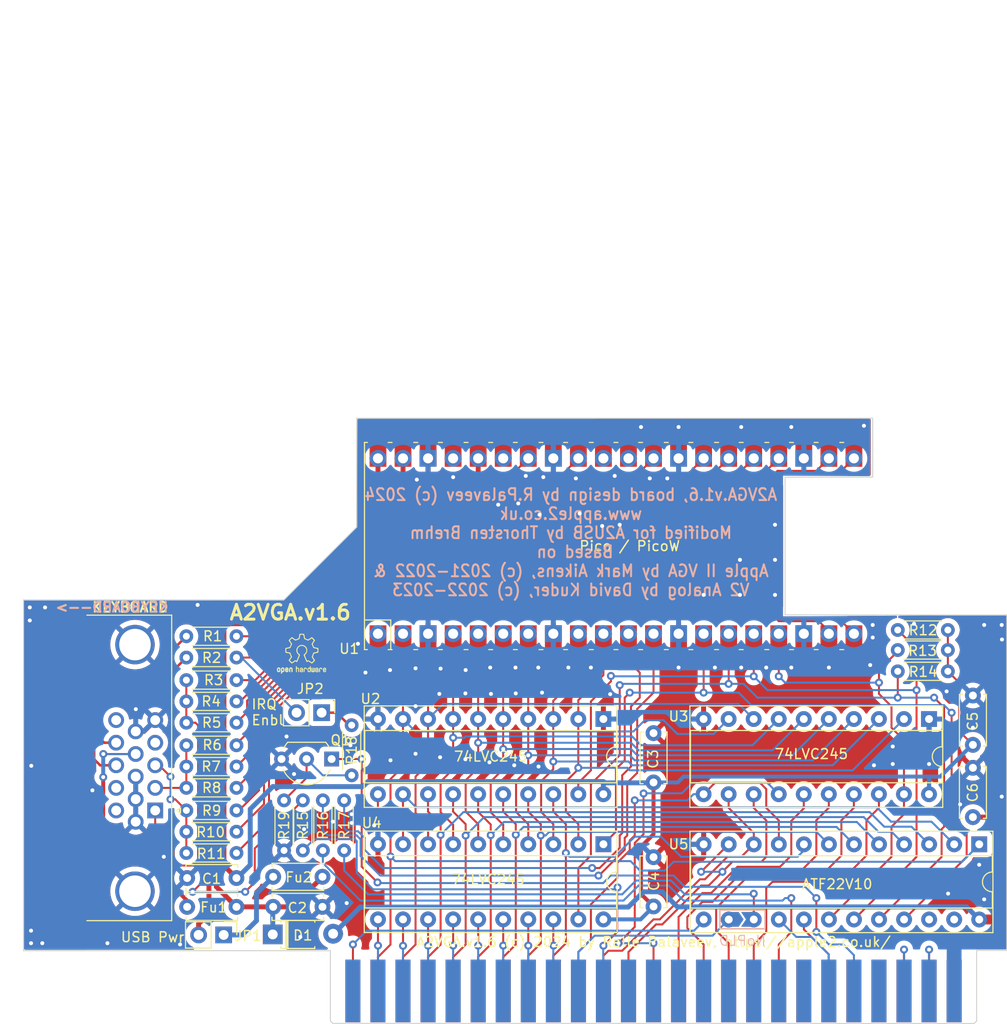
<source format=kicad_pcb>
(kicad_pcb (version 20221018) (generator pcbnew)
  (title_block (title "A2VGA.v1.6"))
  (layers (0 "F.Cu" signal) (31 "B.Cu" signal) (34 "B.Paste" user) (35 "F.Paste" user) (36 "B.SilkS" user "B.Silkscreen") (37 "F.SilkS" user "F.Silkscreen") (38 "B.Mask" user) (39 "F.Mask" user) (44 "Edge.Cuts" user))
  (net 0 "")
  (net 1 "GND")
  (net 2 "3.3V")
  (net 3 "VSYS")
  (net 4 "5V")
  (net 5 "R_out")
  (net 6 "G_out")
  (net 7 "B_out")
  (net 8 "VS_out")
  (net 9 "HS_out")
  (net 10 "HSYNC")
  (net 11 "VSYNC")
  (net 12 "PHI0")
  (net 13 "Reset")
  (net 14 "RW")
  (net 15 "Enable")
  (net 16 "DevSel")
  (net 17 "RUN")
  (net 18 "D0")
  (net 19 "D1")
  (net 20 "D2")
  (net 21 "D3")
  (net 22 "D4")
  (net 23 "D5")
  (net 24 "D6")
  (net 25 "D7")
  (net 26 "IOSel")
  (net 27 "A8")
  (net 28 "A9")
  (net 29 "A15")
  (net 30 "A14")
  (net 31 "A10")
  (net 32 "A11")
  (net 33 "A12")
  (net 34 "A13")
  (net 35 "A0")
  (net 36 "A1")
  (net 37 "A2")
  (net 38 "A3")
  (net 39 "A4")
  (net 40 "A5")
  (net 41 "A6")
  (net 42 "A7")
  (net 43 "LD0")
  (net 44 "LD7")
  (net 45 "LD1")
  (net 46 "LD2")
  (net 47 "LD3")
  (net 48 "LD4")
  (net 49 "LD5")
  (net 50 "LD6")
  (net 51 "DATAOE")
  (net 52 "DATADIR")
  (net 53 "LSBOE")
  (net 54 "MSBOE")
  (net 55 "IOStr")
  (net 56 "L-ENBL")
  (net 57 "L-PHI0")
  (net 58 "L-RW")
  (net 59 "RGB-PWR")
  (net 60 "B0")
  (net 61 "B1")
  (net 62 "B2")
  (net 63 "G2")
  (net 64 "G1")
  (net 65 "G0")
  (net 66 "R2")
  (net 67 "R1")
  (net 68 "R0")
  (net 69 "VBUS")
  (net 70 "IRQ")
  (footprint "" (layer "F.Cu") (at 147.32 135.519807)
    (fp_text reference "")
    (fp_text value "")
  )
  (footprint "Resistor_THT:R_Axial_DIN0204_L3.6mm_D1.6mm_P5.08mm_Horizontal" (layer "F.Cu") (at 97.409 110.617)
    (fp_text reference "R6")
    (fp_text value "510")
  )
  (footprint "" (layer "F.Cu") (at 144.78 135.519807)
    (fp_text reference "")
    (fp_text value "")
  )
  (footprint "Capacitor_THT:C_Disc_D5.0mm_W2.5mm_P5.00mm" (layer "F.Cu") (at 106.212 123.952)
    (fp_text reference "Fu2")
    (fp_text value "500mA")
  )
  (footprint "Resistor_THT:R_Axial_DIN0204_L3.6mm_D1.6mm_P5.08mm_Horizontal" (layer "F.Cu") (at 97.409 108.331)
    (fp_text reference "R5")
    (fp_text value "2k")
  )
  (footprint "" (layer "F.Cu") (at 167.64 135.519807)
    (fp_text reference "")
    (fp_text value "")
  )
  (footprint "" (layer "F.Cu") (at 165.1 135.519807)
    (fp_text reference "")
    (fp_text value "")
  )
  (footprint "Package_DIP:DIP-20_W7.62mm_Socket" (layer "F.Cu") (at 172.715 107.96 -90)
    (fp_text reference "U3")
    (fp_text value "74LVC245")
  )
  (footprint "" (layer "F.Cu") (at 147.32 135.519807)
    (fp_text reference "")
    (fp_text value "")
  )
  (footprint "" (layer "F.Cu") (at 172.72 135.519807)
    (fp_text reference "")
    (fp_text value "")
  )
  (footprint "" (layer "F.Cu") (at 160.02 135.519807)
    (fp_text reference "")
    (fp_text value "")
  )
  (footprint "" (layer "F.Cu") (at 124.46 135.519807)
    (fp_text reference "")
    (fp_text value "")
  )
  (footprint "Connector_PinHeader_2.54mm:PinHeader_1x02_P2.54mm_Vertical" (layer "F.Cu") (at 101.1936 129.8448 -90)
    (fp_text reference "JP1")
    (fp_text value "PinHeader_1x02_P2.54mm_Vertical" hide)
  )
  (footprint "Capacitor_THT:C_Disc_D5.0mm_W2.5mm_P5.00mm" (layer "F.Cu") (at 144.78 126.96 90)
    (fp_text reference "C4")
    (fp_text value "100n")
  )
  (footprint "" (layer "F.Cu") (at 167.64 135.519807)
    (fp_text reference "")
    (fp_text value "")
  )
  (footprint "" (layer "F.Cu") (at 114.3 135.519807)
    (fp_text reference "")
    (fp_text value "")
  )
  (footprint "" (layer "F.Cu") (at 116.84 135.519807)
    (fp_text reference "")
    (fp_text value "")
  )
  (footprint "Capacitor_THT:C_Disc_D5.0mm_W2.5mm_P5.00mm" (layer "F.Cu") (at 102.489 124.079 180)
    (fp_text reference "C1")
    (fp_text value "100n")
  )
  (footprint "Resistor_THT:R_Axial_DIN0204_L3.6mm_D1.6mm_P5.08mm_Horizontal" (layer "F.Cu") (at 97.409 121.539)
    (fp_text reference "R11")
    (fp_text value "2k")
  )
  (footprint "" (layer "F.Cu") (at 139.7 135.519807)
    (fp_text reference "")
    (fp_text value "")
  )
  (footprint "" (layer "F.Cu") (at 152.4 135.519807)
    (fp_text reference "")
    (fp_text value "")
  )
  (footprint "Resistor_THT:R_Axial_DIN0204_L3.6mm_D1.6mm_P5.08mm_Horizontal" (layer "F.Cu") (at 169.545 98.933)
    (fp_text reference "R12")
    (fp_text value "10k")
  )
  (footprint "Capacitor_THT:C_Disc_D5.0mm_W2.5mm_P5.00mm" (layer "F.Cu") (at 177.165 110.577 90)
    (fp_text reference "C5")
    (fp_text value "100n")
  )
  (footprint "" (layer "F.Cu") (at 149.86 135.519807)
    (fp_text reference "")
    (fp_text value "")
  )
  (footprint "" (layer "F.Cu") (at 124.46 135.519807)
    (fp_text reference "")
    (fp_text value "")
  )
  (footprint "Capacitor_THT:C_Disc_D5.0mm_W2.5mm_P5.00mm" (layer "F.Cu") (at 144.78 114.387 90)
    (fp_text reference "C3")
    (fp_text value "100n")
  )
  (footprint "" (layer "F.Cu") (at 137.16 135.519807)
    (fp_text reference "")
    (fp_text value "")
  )
  (footprint "" (layer "F.Cu") (at 162.56 135.519807)
    (fp_text reference "")
    (fp_text value "")
  )
  (footprint "Resistor_THT:R_Axial_DIN0204_L3.6mm_D1.6mm_P5.08mm_Horizontal" (layer "F.Cu") (at 97.409 106.172)
    (fp_text reference "R4")
    (fp_text value "1k")
  )
  (footprint "Resistor_THT:R_Axial_DIN0204_L3.6mm_D1.6mm_P5.08mm_Horizontal" (layer "F.Cu") (at 97.409 104.013)
    (fp_text reference "R3")
    (fp_text value "510")
  )
  (footprint "OH:OH" (layer "F.Cu") (at 109.093 101.346)
    (fp_text reference "G***" hide)
    (fp_text value "LOGO" hide)
  )
  (footprint "Package_DIP:DIP-20_W7.62mm_Socket" (layer "F.Cu") (at 139.7 120.65 -90)
    (fp_text reference "U4")
    (fp_text value "74LVC245")
  )
  (footprint "" (layer "F.Cu") (at 142.24 135.519807)
    (fp_text reference "")
    (fp_text value "")
  )
  (footprint "" (layer "F.Cu") (at 137.16 135.519807)
    (fp_text reference "")
    (fp_text value "")
  )
  (footprint "Resistor_THT:R_Axial_DIN0204_L3.6mm_D1.6mm_P5.08mm_Horizontal" (layer "F.Cu") (at 97.409 117.221)
    (fp_text reference "R9")
    (fp_text value "510")
  )
  (footprint "" (layer "F.Cu") (at 154.94 135.519807)
    (fp_text reference "")
    (fp_text value "")
  )
  (footprint "Capacitor_THT:C_Disc_D5.0mm_W2.5mm_P5.00mm" (layer "F.Cu") (at 111.212 127 180)
    (fp_text reference "C2")
    (fp_text value "100n")
  )
  (footprint "" (layer "F.Cu") (at 119.38 135.519807)
    (fp_text reference "")
    (fp_text value "")
  )
  (footprint "" (layer "F.Cu") (at 127 135.519807)
    (fp_text reference "")
    (fp_text value "")
  )
  (footprint "" (layer "F.Cu") (at 152.912 128.27)
    (fp_text reference "")
    (fp_text value "")
  )
  (footprint "Connector_Dsub:DSUB-15-HD_Female_Horizontal_P2.29x1.98mm_EdgePinOffset3.03mm_Housed_MountingHolesOffset4.94mm" (layer "F.Cu") (at 94.252165 117.229 -90)
    (fp_text reference "CON2" hide)
    (fp_text value "DB15_Female_HighDensity_MountingHoles")
  )
  (footprint "Resistor_THT:R_Axial_DIN0204_L3.6mm_D1.6mm_P5.08mm_Horizontal" (layer "F.Cu") (at 111.252 121.285 90)
    (fp_text reference "R16")
    (fp_text value "1k")
  )
  (footprint "Package_TO_SOT_THT:TO-92L_Inline_Wide" (layer "F.Cu") (at 112.141 112.014 180)
    (fp_text reference "Q1")
    (fp_text value "TO-92L_Inline_Wide")
  )
  (footprint "" (layer "F.Cu") (at 154.305 128.27)
    (fp_text reference "")
    (fp_text value "")
  )
  (footprint "Package_DIP:DIP-20_W7.62mm_Socket" (layer "F.Cu") (at 139.695 107.96 -90)
    (fp_text reference "U2")
    (fp_text value "74LVC245")
  )
  (footprint "RaspberryPI PicoW:RPi_PicoW_SMD_TH" (layer "F.Cu") (at 140.97 90.424 90)
    (fp_text reference "U1")
    (fp_text value "Pico / PicoW")
  )
  (footprint "" (layer "F.Cu") (at 157.48 135.519807)
    (fp_text reference "")
    (fp_text value "")
  )
  (footprint "Resistor_THT:R_Axial_DIN0204_L3.6mm_D1.6mm_P5.08mm_Horizontal" (layer "F.Cu") (at 114.173 113.665 90)
    (fp_text reference "R18")
    (fp_text value "1k")
  )
  (footprint "" (layer "F.Cu") (at 175.26 135.519807)
    (fp_text reference "")
    (fp_text value "")
  )
  (footprint "Resistor_THT:R_Axial_DIN0204_L3.6mm_D1.6mm_P5.08mm_Horizontal" (layer "F.Cu") (at 97.409 99.568)
    (fp_text reference "R1")
    (fp_text value "47")
  )
  (footprint "" (layer "F.Cu") (at 134.62 135.519807)
    (fp_text reference "")
    (fp_text value "")
  )
  (footprint "Resistor_THT:R_Axial_DIN0204_L3.6mm_D1.6mm_P5.08mm_Horizontal" (layer "F.Cu") (at 169.545 100.965)
    (fp_text reference "R13")
    (fp_text value "10k")
  )
  (footprint "" (layer "F.Cu") (at 160.02 135.519807)
    (fp_text reference "")
    (fp_text value "")
  )
  (footprint "" (layer "F.Cu") (at 139.7 135.519807)
    (fp_text reference "")
    (fp_text value "")
  )
  (footprint "Package_DIP:DIP-24_W7.62mm_Socket" (layer "F.Cu") (at 177.805 120.66 -90)
    (fp_text reference "U5")
    (fp_text value "ATF22V10")
  )
  (footprint "" (layer "F.Cu") (at 165.1 135.519807)
    (fp_text reference "")
    (fp_text value "")
  )
  (footprint "Resistor_THT:R_Axial_DIN0204_L3.6mm_D1.6mm_P5.08mm_Horizontal" (layer "F.Cu") (at 109.22 121.285 90)
    (fp_text reference "R15")
    (fp_text value "1k")
  )
  (footprint "Resistor_THT:R_Axial_DIN0204_L3.6mm_D1.6mm_P5.08mm_Horizontal" (layer "F.Cu") (at 97.409 101.727)
    (fp_text reference "R2")
    (fp_text value "47")
  )
  (footprint "" (layer "F.Cu") (at 121.92 135.519807)
    (fp_text reference "")
    (fp_text value "")
  )
  (footprint "" (layer "F.Cu") (at 152.4 135.519807)
    (fp_text reference "")
    (fp_text value "")
  )
  (footprint "Capacitor_THT:C_Disc_D5.0mm_W2.5mm_P5.00mm" (layer "F.Cu") (at 97.489 127)
    (fp_text reference "Fu1")
    (fp_text value "500mA")
  )
  (footprint "" (layer "F.Cu") (at 142.24 135.519807)
    (fp_text reference "")
    (fp_text value "")
  )
  (footprint "Resistor_THT:R_Axial_DIN0204_L3.6mm_D1.6mm_P5.08mm_Horizontal" (layer "F.Cu") (at 169.545 103.124)
    (fp_text reference "R14")
    (fp_text value "10k")
  )
  (footprint "" (layer "F.Cu") (at 114.3 135.519807)
    (fp_text reference "")
    (fp_text value "")
  )
  (footprint "" (layer "F.Cu") (at 116.84 135.519807)
    (fp_text reference "")
    (fp_text value "")
  )
  (footprint "Resistor_THT:R_Axial_DIN0204_L3.6mm_D1.6mm_P5.08mm_Horizontal" (layer "F.Cu") (at 97.409 114.935)
    (fp_text reference "R8")
    (fp_text value "2k")
  )
  (footprint "Diode_THT:D_T-1_P5.08mm_Horizontal" (layer "F.Cu") (at 106.172 129.794)
    (fp_text reference "D1")
    (fp_text value "D_T-1_P5.08mm_Horizontal" hide)
  )
  (footprint "" (layer "F.Cu") (at 157.48 135.519807)
    (fp_text reference "")
    (fp_text value "")
  )
  (footprint "Resistor_THT:R_Axial_DIN0204_L3.6mm_D1.6mm_P5.08mm_Horizontal" (layer "F.Cu") (at 107.315 121.285 90)
    (fp_text reference "R19")
    (fp_text value "10k")
  )
  (footprint "" (layer "F.Cu") (at 149.86 135.519807)
    (fp_text reference "")
    (fp_text value "")
  )
  (footprint "" (layer "F.Cu") (at 129.54 135.519807)
    (fp_text reference "")
    (fp_text value "")
  )
  (footprint "" (layer "F.Cu") (at 127 135.519807)
    (fp_text reference "")
    (fp_text value "")
  )
  (footprint "Resistor_THT:R_Axial_DIN0204_L3.6mm_D1.6mm_P5.08mm_Horizontal" (layer "F.Cu") (at 113.411 121.285 90)
    (fp_text reference "R17")
    (fp_text value "1k")
  )
  (footprint "" (layer "F.Cu") (at 170.18 135.519807)
    (fp_text reference "")
    (fp_text value "")
  )
  (footprint "" (layer "F.Cu") (at 121.92 135.519807)
    (fp_text reference "")
    (fp_text value "")
  )
  (footprint "" (layer "F.Cu") (at 172.72 135.519807)
    (fp_text reference "")
    (fp_text value "")
  )
  (footprint "" (layer "F.Cu") (at 132.08 135.519807)
    (fp_text reference "")
    (fp_text value "")
  )
  (footprint "" (layer "F.Cu") (at 134.62 135.519807)
    (fp_text reference "")
    (fp_text value "")
  )
  (footprint "" (layer "F.Cu") (at 162.56 135.519807)
    (fp_text reference "")
    (fp_text value "")
  )
  (footprint "" (layer "F.Cu") (at 119.38 135.519807)
    (fp_text reference "")
    (fp_text value "")
  )
  (footprint "" (layer "F.Cu") (at 154.94 135.519807)
    (fp_text reference "")
    (fp_text value "")
  )
  (footprint "" (layer "F.Cu") (at 144.78 135.519807)
    (fp_text reference "")
    (fp_text value "")
  )
  (footprint "Resistor_THT:R_Axial_DIN0204_L3.6mm_D1.6mm_P5.08mm_Horizontal" (layer "F.Cu") (at 97.409 119.38)
    (fp_text reference "R10")
    (fp_text value "1k")
  )
  (footprint "" (layer "F.Cu") (at 170.18 135.519807)
    (fp_text reference "")
    (fp_text value "")
  )
  (footprint "" (layer "F.Cu") (at 129.54 135.519807)
    (fp_text reference "")
    (fp_text value "")
  )
  (footprint "Capacitor_THT:C_Disc_D5.0mm_W2.5mm_P5.00mm" (layer "F.Cu") (at 177.165 112.903 -90)
    (fp_text reference "C6")
    (fp_text value "100n")
  )
  (footprint "Resistor_THT:R_Axial_DIN0204_L3.6mm_D1.6mm_P5.08mm_Horizontal" (layer "F.Cu") (at 97.409 112.776)
    (fp_text reference "R7")
    (fp_text value "1k")
  )
  (footprint "Connector_PinHeader_2.54mm:PinHeader_1x02_P2.54mm_Vertical" (layer "F.Cu") (at 111.125 107.315 -90)
    (fp_text reference "JP2")
    (fp_text value "PinHeader_1x02_P2.54mm_Vertical" hide)
  )
  (footprint "" (layer "F.Cu") (at 175.26 135.519807)
    (fp_text reference "")
    (fp_text value "")
  )
  (footprint "" (layer "F.Cu") (at 132.08 135.519807)
    (fp_text reference "")
    (fp_text value "")
  )
  (gr_rect (start 151.511 127.3175) (end 156.083 129.2225) (stroke (width 0.15)) (fill none) (layer "B.SilkS"))
  (gr_line (start 177.546 138.557) (end 177.546 131.4196) (stroke (width 0.1)) (layer "Edge.Cuts"))
  (gr_line (start 167.005 83.439) (end 158.115 83.439) (stroke (width 0.1)) (layer "Edge.Cuts"))
  (gr_line (start 158.115 83.439) (end 158.115 97.409) (stroke (width 0.1)) (layer "Edge.Cuts"))
  (gr_line (start 112.268 138.811) (end 112.014 138.557) (stroke (width 0.1)) (layer "Edge.Cuts"))
  (gr_line (start 167.005 97.409) (end 180.594 97.409) (stroke (width 0.1)) (layer "Edge.Cuts"))
  (gr_line (start 114.681 77.47) (end 167.005 77.47) (stroke (width 0.1)) (layer "Edge.Cuts"))
  (gr_line (start 177.546 138.557) (end 177.292 138.821807) (stroke (width 0.1)) (layer "Edge.Cuts"))
  (gr_line (start 99.568 131.445) (end 80.899 131.445) (stroke (width 0.1)) (layer "Edge.Cuts"))
  (gr_line (start 80.899 95.885) (end 107.3 95.885) (stroke (width 0.1)) (layer "Edge.Cuts"))
  (gr_line (start 177.546 131.4196) (end 180.594 131.4196) (stroke (width 0.1)) (layer "Edge.Cuts"))
  (gr_line (start 107.3 95.885) (end 114.681 88.5) (stroke (width 0.1)) (layer "Edge.Cuts"))
  (gr_line (start 114.681 88.5) (end 114.681 77.47) (stroke (width 0.1)) (layer "Edge.Cuts"))
  (gr_line (start 158.115 97.409) (end 167.005 97.409) (stroke (width 0.1)) (layer "Edge.Cuts"))
  (gr_line (start 112.014 131.445) (end 99.568 131.445) (stroke (width 0.1)) (layer "Edge.Cuts"))
  (gr_line (start 112.268 138.811) (end 177.292 138.821807) (stroke (width 0.1)) (layer "Edge.Cuts"))
  (gr_line (start 138.516 35.096) (end 138.516 35.096) (stroke (width 0.05)) (layer "Edge.Cuts"))
  (gr_line (start 112.014 138.557) (end 112.014 131.445) (stroke (width 0.1)) (layer "Edge.Cuts"))
  (gr_line (start 167.005 77.47) (end 167.005 83.439) (stroke (width 0.1)) (layer "Edge.Cuts"))
  (gr_line (start 180.594 131.4196) (end 180.594 97.409) (stroke (width 0.1)) (layer "Edge.Cuts"))
  (gr_line (start 80.899 131.445) (end 80.899 95.885) (stroke (width 0.1)) (layer "Edge.Cuts"))
  (gr_text "NoPLD" (at 153.797 130.429) (layer "B.SilkS") (effects (font (size 1 1) (thickness 0.1)) (justify mirror)))
  (gr_text "A2VGA.v1.6, board design by R.Palaveev (c) 2024\nwww.apple2.co.uk\nModified for A2USB by Thorsten Brehm\nBased on \nApple II VGA by Mark Aikens, (c) 2021-2022 &\nV2 Analog by David Kuder, (c) 2022-2023" (at 136.398 90.043) (layer "B.SilkS") (effects (font (size 1.2 1.1) (thickness 0.2)) (justify mirror)))
  (gr_text "KEYBOARD-->" (at 89.8652 96.6216) (layer "B.SilkS") (effects (font (size 1 1) (thickness 0.2)) (justify mirror)))
  (gr_text "IRQ\nEnbl" (at 103.9368 108.6612) (layer "F.SilkS") (effects (font (size 1 1)) (justify left bottom)))
  (gr_text "USB Pwr" (at 90.678 130.6576) (layer "F.SilkS") (effects (font (size 1 1)) (justify left bottom)))
  (gr_text "" (at 152.4 135.519807) (layer "F.SilkS") (effects (font (size 1.27 1.27))))
  (gr_text "" (at 152.4 135.519807) (layer "F.SilkS") (effects (font (size 1.27 1.27))))
  (gr_text "A2VGA.v1.6" (at 107.95 97.155) (layer "F.SilkS") (effects (font (size 1.5 1.5) (thickness 0.3))))
  (gr_text "<--KEYBOARD" (at 89.8652 96.6216) (layer "F.SilkS") (effects (font (size 1 1) (thickness 0.2))))
  (gr_text "A2VGA.v1.6 (c) 2024 by Ralle Palaveev, https://apple2.co.uk/" (at 144.78 130.556) (layer "F.SilkS") (effects (font (size 1 1))))
  (segment (start 109.601 113.919) (end 109.601 112.141) (width 0.2) (layer "F.Cu") (net 0))
  (segment (start 172.72 131.328807) (end 172.72 135.265807) (width 0.2) (layer "F.Cu") (net 0))
  (segment (start 109.601 112.141) (end 109.474 112.014) (width 0.2) (layer "F.Cu") (net 0))
  (segment (start 170.18 131.328807) (end 170.18 135.265807) (width 0.2) (layer "F.Cu") (net 0))
  (segment (start 111.125 107.315) (end 112.649 107.315) (width 0.25) (layer "F.Cu") (net 0))
  (segment (start 107.315 116.205) (end 109.601 113.919) (width 0.2) (layer "F.Cu") (net 0))
  (segment (start 112.649 107.315) (end 114.173 108.839) (width 0.25) (layer "F.Cu") (net 0))
  (via (at 170.18 131.328807) (size 0.8) (drill 0.4) (layers "F.Cu" "B.Cu") (net 0))
  (via (at 172.72 131.328807) (size 0.8) (drill 0.4) (layers "F.Cu" "B.Cu") (net 0))
  (segment (start 170.18 131.328807) (end 170.18 135.265807) (width 0.2) (layer "B.Cu") (net 0))
  (segment (start 103.0732 129.8448) (end 104.521 128.397) (width 0.5) (layer "B.Cu") (net 0))
  (segment (start 104.521 128.397) (end 104.521 125.643) (width 0.5) (layer "B.Cu") (net 0))
  (segment (start 111.252 113.665) (end 109.601 112.014) (width 0.2) (layer "B.Cu") (net 0))
  (segment (start 172.72 131.328807) (end 172.72 135.265807) (width 0.2) (layer "B.Cu") (net 0))
  (segment (start 101.1936 129.8448) (end 103.0732 129.8448) (width 0.5) (layer "B.Cu") (net 0))
  (segment (start 104.521 125.643) (end 106.212 123.952) (width 0.5) (layer "B.Cu") (net 0))
  (segment (start 114.173 113.665) (end 111.252 113.665) (width 0.2) (layer "B.Cu") (net 0))
  (segment (start 92.272165 106.972669) (end 92.284834 106.96) (width 0.25) (layer "F.Cu") (net 1))
  (segment (start 92.272165 109.214) (end 93.107165 109.214) (width 0.5) (layer "F.Cu") (net 1))
  (segment (start 92.272165 113.794) (end 92.272165 118.374) (width 0.5) (layer "F.Cu") (net 1))
  (segment (start 93.107165 109.214) (end 94.252165 108.069) (width 0.5) (layer "F.Cu") (net 1))
  (segment (start 92.272165 109.214) (end 92.272165 106.972669) (width 0.5) (layer "F.Cu") (net 1))
  (via (at 133.604 83.439) (size 0.8) (drill 0.4) (layers "F.Cu" "B.Cu") (net 1))
  (via (at 180.086 115.824) (size 0.8) (drill 0.4) (layers "F.Cu" "B.Cu") (net 1))
  (via (at 133.223 87.249) (size 0.8) (drill 0.4) (layers "F.Cu" "B.Cu") (net 1))
  (via (at 180.086 98.425) (size 0.8) (drill 0.4) (layers "F.Cu" "B.Cu") (net 1))
  (via (at 81.661 129.413) (size 0.8) (drill 0.4) (layers "F.Cu" "B.Cu") (net 1))
  (via (at 147.32 102.743) (size 0.8) (drill 0.4) (layers "F.Cu" "B.Cu") (net 1))
  (via (at 130.81 105.3592) (size 0.8) (drill 0.4) (layers "F.Cu" "B.Cu") (net 1))
  (via (at 153.67 102.743) (size 0.8) (drill 0.4) (layers "F.Cu" "B.Cu") (net 1))
  (via (at 166.751 102.489) (size 0.8) (drill 0.4) (layers "F.Cu" "B.Cu") (net 1))
  (via (at 169.037 110.744) (size 0.8) (drill 0.4) (layers "F.Cu" "B.Cu") (net 1))
  (via (at 118.11 112.141) (size 0.8) (drill 0.4) (layers "F.Cu" "B.Cu") (net 1))
  (via (at 98.552 96.393) (size 0.8) (drill 0.4) (layers "F.Cu" "B.Cu") (net 1))
  (via (at 146.177 83.566) (size 0.8) (drill 0.4) (layers "F.Cu" "B.Cu") (net 1))
  (via (at 131.064 86.106) (size 0.8) (drill 0.4) (layers "F.Cu" "B.Cu") (net 1))
  (via (at 166.116 78.232) (size 0.8) (drill 0.4) (layers "F.Cu" "B.Cu") (net 1))
  (via (at 115.57 103.251) (size 0.8) (drill 0.4) (layers "F.Cu" "B.Cu") (net 1))
  (via (at 125.7046 112.0394) (size 0.8) (drill 0.4) (layers "F.Cu" "B.Cu") (net 1))
  (via (at 136.906 83.566) (size 0.8) (drill 0.4) (layers "F.Cu" "B.Cu") (net 1))
  (via (at 171.196 98.298) (size 0.8) (drill 0.4) (layers "F.Cu" "B.Cu") (net 1))
  (via (at 144.399 83.566) (size 0.8) (drill 0.4) (layers "F.Cu" "B.Cu") (net 1))
  (via (at 167.005 98.425) (size 0.8) (drill 0.4) (layers "F.Cu" "B.Cu") (net 1))
  (via (at 114.808 100.33) (size 0.8) (drill 0.4) (layers "F.Cu" "B.Cu") (net 1))
  (via (at 114.046 110.617) (size 0.8) (drill 0.4) (layers "F.Cu" "B.Cu") (net 1))
  (via (at 125.73 102.997) (size 0.8) (drill 0.4) (layers "F.Cu" "B.Cu") (net 1))
  (via (at 162.56 102.743) (size 0.8) (drill 0.4) (layers "F.Cu" "B.Cu") (net 1))
  (via (at 157.099 91.821) (size 0.8) (drill 0.4) (layers "F.Cu" "B.Cu") (net 1))
  (via (at 125.7046 105.3592) (size 0.8) (drill 0.4) (layers "F.Cu" "B.Cu") (net 1))
  (via (at 123.063 105.41) (size 0.8) (drill 0.4) (layers "F.Cu" "B.Cu") (net 1))
  (via (at 130.7846 102.743) (size 0.8) (drill 0.4) (layers "F.Cu" "B.Cu") (net 1))
  (via (at 114.173 118.491) (size 0.8) (drill 0.4) (layers "F.Cu" "B.Cu") (net 1))
  (via (at 81.6864 112.6998) (size 0.8) (drill 0.4) (layers "F.Cu" "B.Cu") (net 1))
  (via (at 89.408 130.683) (size 0.8) (drill 0.4) (layers "F.Cu" "B.Cu") (net 1))
  (via (at 137.287 87.122) (size 0.8) (drill 0.4) (layers "F.Cu" "B.Cu") (net 1))
  (via (at 174.6504 125.6538) (size 0.8) (drill 0.4) (layers "F.Cu" "B.Cu") (net 1))
  (via (at 114.173 117.602) (size 0.8) (drill 0.4) (layers "F.Cu" "B.Cu") (net 1))
  (via (at 108.966 130.048) (size 0.8) (drill 0.4) (layers "F.Cu" "B.Cu") (net 1))
  (via (at 177.165 108.839) (size 0.8) (drill 0.4) (layers "F.Cu" "B.Cu") (net 1))
  (via (at 96.774 130.81) (size 0.8) (drill 0.4) (layers "F.Cu" "B.Cu") (net 1))
  (via (at 138.43 102.743) (size 0.8) (drill 0.4) (layers "F.Cu" "B.Cu") (net 1))
  (via (at 118.0592 102.997) (size 0.8) (drill 0.4) (layers "F.Cu" "B.Cu") (net 1))
  (via (at 112.268 118.364) (size 0.8) (drill 0.4) (layers "F.Cu" "B.Cu") (net 1))
  (via (at 136.144 102.743) (size 0.8) (drill 0.4) (layers "F.Cu" "B.Cu") (net 1))
  (via (at 120.65 106.6546) (size 0.8) (drill 0.4) (layers "F.Cu" "B.Cu") (net 1))
  (via (at 116.459 118.745) (size 0.8) (drill 0.4) (layers "F.Cu" "B.Cu") (net 1))
  (via (at 128.2954 105.41) (size 0.8) (drill 0.4) (layers "F.Cu" "B.Cu") (net 1))
  (via (at 174.498 105.156) (size 0.8) (drill 0.4) (layers "F.Cu" "B.Cu") (net 1))
  (via (at 124.46 83.439) (size 0.8) (drill 0.4) (layers "F.Cu" "B.Cu") (net 1))
  (via (at 140.843 83.312) (size 0.8) (drill 0.4) (layers "F.Cu" "B.Cu") (net 1))
  (via (at 87.884 115.189) (size 0.8) (drill 0.4) (layers "F.Cu" "B.Cu") (net 1))
  (via (at 120.65 111.4806) (size 0.8) (drill 0.4) (layers "F.Cu" "B.Cu") (net 1))
  (via (at 123.19 102.8446) (size 0.8) (drill 0.4) (layers "F.Cu" "B.Cu") (net 1))
  (via (at 108.331 113.538) (size 0.8) (drill 0.4) (layers "F.Cu" "B.Cu") (net 1))
  (via (at 158.75 78.359) (size 0.8) (drill 0.4) (layers "F.Cu" "B.Cu") (net 1))
  (via (at 128.2192 102.743) (size 0.8) (drill 0.4) (layers "F.Cu" "B.Cu") (net 1))
  (via (at 133.096 102.743) (size 0.8) (drill 0.4) (layers "F.Cu" "B.Cu") (net 1))
  (via (at 128.143 112.3442) (size 0.8) (drill 0.4) (layers "F.Cu" "B.Cu") (net 1))
  (via (at 129.032 86.233) (size 0.8) (drill 0.4) (layers "F.Cu" "B.Cu") (net 1))
  (via (at 120.65 102.8192) (size 0.8) (drill 0.4) (layers "F.Cu" "B.Cu") (net 1))
  (via (at 175.8696 116.6114) (size 0.8) (drill 0.4) (layers "F.Cu" "B.Cu") (net 1))
  (via (at 95.123 121.92) (size 0.8) (drill 0.4) (layers "F.Cu" "B.Cu") (net 1))
  (via (at 133.1214 112.776) (size 0.8) (drill 0.4) (layers "F.Cu" "B.Cu") (net 1))
  (via (at 167.132 112.649) (size 0.8) (drill 0.4) (layers "F.Cu" "B.Cu") (net 1))
  (via (at 158.75 102.743) (size 0.8) (drill 0.4) (layers "F.Cu" "B.Cu") (net 1))
  (via (at 172.72 112.522) (size 0.8) (drill 0.4) (layers "F.Cu" "B.Cu") (net 1))
  (via (at 143.51 78.359) (size 0.8) (drill 0.4) (layers "F.Cu" "B.Cu") (net 1))
  (via (at 157.099 88.265) (size 0.8) (drill 0.4) (layers "F.Cu" "B.Cu") (net 1))
  (via (at 81.534 97.9678) (size 0.8) (drill 0.4) (layers "F.Cu" "B.Cu") (net 1))
  (via (at 109.347 119.126) (size 0.8) (drill 0.4) (layers "F.Cu" "B.Cu") (net 1))
  (via (at 130.6576 112.649) (size 0.8) (drill 0.4) (layers "F.Cu" "B.Cu") (net 1))
  (via (at 178.308 126.238) (size 0.8) (drill 0.4) (layers "F.Cu" "B.Cu") (net 1))
  (via (at 147.32 78.359) (size 0.8) (drill 0.4) (layers "F.Cu" "B.Cu") (net 1))
  (via (at 169.037 112.522) (size 0.8) (drill 0.4) (layers "F.Cu" "B.Cu") (net 1))
  (via (at 180.1114 99.8982) (size 0.8) (drill 0.4) (layers "F.Cu" "B.Cu") (net 1))
  (via (at 92.284834 106.96) (size 0.8) (drill 0.4) (layers "F.Cu" "B.Cu") (net 1))
  (via (at 151.003 102.743) (size 0.8) (drill 0.4) (layers "F.Cu" "B.Cu") (net 1))
  (via (at 113.665 126.619) (size 0.8) (drill 0.4) (layers "F.Cu" "B.Cu") (net 1))
  (via (at 133.477 105.283) (size 0.8) (drill 0.4) (layers "F.Cu" "B.Cu") (net 1))
  (via (at 153.67 78.359) (size 0.8) (drill 0.4) (layers "F.Cu" "B.Cu") (net 1))
  (via (at 157.099 95.377) (size 0.8) (drill 0.4) (layers "F.Cu" "B.Cu") (net 1))
  (via (at 81.661 130.683) (size 0.8) (drill 0.4) (layers "F.Cu" "B.Cu") (net 1))
  (via (at 120.777 83.693) (size 0.8) (drill 0.4) (layers "F.Cu" "B.Cu") (net 1))
  (via (at 177.8 122.7328) (size 0.8) (drill 0.4) (layers "F.Cu" "B.Cu") (net 1))
  (via (at 153.543 95.377) (size 0.8) (drill 0.4) (layers "F.Cu" "B.Cu") (net 1))
  (via (at 83.0834 96.647) (size 0.8) (drill 0.4) (layers "F.Cu" "B.Cu") (net 1))
  (via (at 140.3858 105.4354) (size 0.8) (drill 0.4) (layers "F.Cu" "B.Cu") (net 1))
  (via (at 123.1392 111.8362) (size 0.8) (drill 0.4) (layers "F.Cu" "B.Cu") (net 1))
  (via (at 178.308 98.425) (size 0.8) (drill 0.4) (layers "F.Cu" "B.Cu") (net 1))
  (via (at 149.86 95.377) (size 0.8) (drill 0.4) (layers "F.Cu" "B.Cu") (net 1))
  (via (at 141.351 88.265) (size 0.8) (drill 0.4) (layers "F.Cu" "B.Cu") (net 1))
  (via (at 82.804 130.683) (size 0.8) (drill 0.4) (layers "F.Cu" "B.Cu") (net 1))
  (via (at 131.826 83.312) (size 0.8) (drill 0.4) (layers "F.Cu" "B.Cu") (net 1))
  (via (at 81.534 96.647) (size 0.8) (drill 0.4) (layers "F.Cu" "B.Cu") (net 1))
  (via (at 156.21 102.743) (size 0.8) (drill 0.4) (layers "F.Cu" "B.Cu") (net 1))
  (via (at 107.569 109.728) (size 0.8) (drill 0.4) (layers "F.Cu" "B.Cu") (net 1))
  (via (at 139.573 88.392) (size 0.8) (drill 0.4) (layers "F.Cu" "B.Cu") (net 1))
  (via (at 167.005 99.695) (size 0.8) (drill 0.4) (layers "F.Cu" "B.Cu") (net 1))
  (via (at 153.543 91.821) (size 0.8) (drill 0.4) (layers "F.Cu" "B.Cu") (net 1))
  (segment (start 121.92 102.743) (end 121.92 99.314) (width 0.5) (layer "B.Cu") (net 1))
  (segment (start 147.32 102.616) (end 147.32 99.314) (width 0.5) (layer "B.Cu") (net 1))
  (segment (start 180.1114 99.8982) (end 180.086 99.9236) (width 1) (layer "B.Cu") (net 1))
  (segment (start 151.003 102.743) (end 153.67 102.743) (width 0.5) (layer "B.Cu") (net 1))
  (segment (start 93.109334 109.1835) (end 94.254334 108.0385) (width 0.5) (layer "B.Cu") (net 1))
  (segment (start 141.351 102.743) (end 147.32 102.743) (width 0.5) (layer "B.Cu") (net 1))
  (segment (start 123.0884 102.743) (end 121.92 102.743) (width 0.5) (layer "B.Cu") (net 1))
  (segment (start 160.02 102.743) (end 160.02 99.314) (width 0.5) (layer "B.Cu") (net 1))
  (segment (start 121.92 78.359) (end 121.92 81.534) (width 0.5) (layer "B.Cu") (net 1))
  (segment (start 180.086 99.8728) (end 180.1114 99.8982) (width 1) (layer "B.Cu") (net 1))
  (segment (start 175.26 130.556) (end 175.26 135.509) (width 1.5) (layer "B.Cu") (net 1))
  (segment (start 134.62 102.743) (end 133.096 102.743) (width 0.5) (layer "B.Cu") (net 1))
  (segment (start 136.144 102.743) (end 138.43 102.743) (width 0.5) (layer "B.Cu") (net 1))
  (segment (start 143.51 78.359) (end 153.67 78.359) (width 0.5) (layer "B.Cu") (net 1))
  (segment (start 138.43 102.743) (end 141.351 102.743) (width 0.5) (layer "B.Cu") (net 1))
  (segment (start 92.284834 113.814) (end 92.284834 118.394) (width 0.5) (layer "B.Cu") (net 1))
  (segment (start 180.086 99.9236) (end 180.086 115.824) (width 1) (layer "B.Cu") (net 1))
  (segment (start 123.2916 102.743) (end 123.19 102.8446) (width 0.5) (layer "B.Cu") (net 1))
  (segment (start 158.75 102.743) (end 160.02 102.743) (width 0.5) (layer "B.Cu") (net 1))
  (segment (start 134.62 102.743) (end 134.62 99.314) (width 0.5) (layer "B.Cu") (net 1))
  (segment (start 133.096 102.743) (end 128.2192 102.743) (width 0.5) (layer "B.Cu") (net 1))
  (segment (start 128.2192 102.743) (end 123.2916 102.743) (width 0.5) (layer "B.Cu") (net 1))
  (segment (start 156.21 102.743) (end 158.75 102.743) (width 0.5) (layer "B.Cu") (net 1))
  (segment (start 92.284834 109.223665) (end 92.284834 106.982334) (width 0.5) (layer "B.Cu") (net 1))
  (segment (start 147.32 81.534) (end 147.32 78.359) (width 0.5) (layer "B.Cu") (net 1))
  (segment (start 134.62 102.743) (end 136.144 102.743) (width 0.5) (layer "B.Cu") (net 1))
  (segment (start 160.02 81.534) (end 160.02 78.359) (width 0.5) (layer "B.Cu") (net 1))
  (segment (start 153.67 78.359) (end 158.75 78.359) (width 0.5) (layer "B.Cu") (net 1))
  (segment (start 180.086 130.556) (end 175.26 130.556) (width 1) (layer "B.Cu") (net 1))
  (segment (start 140.97 78.359) (end 143.51 78.359) (width 0.5) (layer "B.Cu") (net 1))
  (segment (start 121.92 78.359) (end 140.97 78.359) (width 0.5) (layer "B.Cu") (net 1))
  (segment (start 92.274334 109.1835) (end 93.109334 109.1835) (width 0.5) (layer "B.Cu") (net 1))
  (segment (start 180.086 98.425) (end 180.086 99.8728) (width 1) (layer "B.Cu") (net 1))
  (segment (start 147.32 102.743) (end 151.003 102.743) (width 0.5) (layer "B.Cu") (net 1))
  (segment (start 153.67 102.743) (end 156.21 102.743) (width 0.5) (layer "B.Cu") (net 1))
  (segment (start 180.086 115.824) (end 180.086 130.556) (width 1) (layer "B.Cu") (net 1))
  (segment (start 123.19 102.8446) (end 123.0884 102.743) (width 0.5) (layer "B.Cu") (net 1))
  (segment (start 158.75 78.359) (end 160.02 78.359) (width 0.5) (layer "B.Cu") (net 1))
  (segment (start 134.62 81.534) (end 134.62 78.359) (width 0.5) (layer "B.Cu") (net 1))
  (segment (start 121.586682 84.836) (end 108.122682 98.3) (width 0.5) (layer "F.Cu") (net 2))
  (segment (start 177.165 110.577) (end 175.768 109.18) (width 0.2) (layer "F.Cu") (net 2))
  (segment (start 127 83.058) (end 125.222 84.836) (width 0.5) (layer "F.Cu") (net 2))
  (segment (start 125.222 84.836) (end 121.586682 84.836) (width 0.5) (layer "F.Cu") (net 2))
  (segment (start 127 81.534) (end 127 83.058) (width 0.5) (layer "F.Cu") (net 2))
  (segment (start 101.652 98.3) (end 101.219 98.733) (width 0.5) (layer "F.Cu") (net 2))
  (segment (start 101.219 122.809) (end 102.489 124.079) (width 0.5) (layer "F.Cu") (net 2))
  (segment (start 101.219 98.733) (end 101.219 122.809) (width 0.5) (layer "F.Cu") (net 2))
  (segment (start 175.768 109.18) (end 175.768 104.267) (width 0.2) (layer "F.Cu") (net 2))
  (segment (start 175.768 104.267) (end 174.625 103.124) (width 0.2) (layer "F.Cu") (net 2))
  (segment (start 144.78 119.634) (end 144.78 114.387) (width 0.4) (layer "F.Cu") (net 2))
  (segment (start 143.51 120.904) (end 144.78 119.634) (width 0.4) (layer "F.Cu") (net 2))
  (segment (start 174.625 103.124) (end 174.625 98.933) (width 0.2) (layer "F.Cu") (net 2))
  (segment (start 144.78 126.96) (end 143.51 125.69) (width 0.4) (layer "F.Cu") (net 2))
  (segment (start 143.51 125.69) (end 143.51 120.904) (width 0.4) (layer "F.Cu") (net 2))
  (segment (start 108.122682 98.3) (end 101.652 98.3) (width 0.5) (layer "F.Cu") (net 2))
  (segment (start 147.828 113.792) (end 172.72 113.792) (width 0.4) (layer "B.Cu") (net 2))
  (segment (start 143.47 128.27) (end 144.78 126.96) (width 0.4) (layer "B.Cu") (net 2))
  (segment (start 144.74 114.427) (end 144.78 114.387) (width 0.5) (layer "B.Cu") (net 2))
  (segment (start 102.5525 124.079) (end 102.489 124.079) (width 0.5) (layer "B.Cu") (net 2))
  (segment (start 172.72 113.792) (end 172.72 115.575) (width 0.4) (layer "B.Cu") (net 2))
  (segment (start 139.695 114.427) (end 144.74 114.427) (width 0.5) (layer "B.Cu") (net 2))
  (segment (start 144.78 114.387) (end 147.233 114.387) (width 0.4) (layer "B.Cu") (net 2))
  (segment (start 115.829 114.295) (end 115.314104 114.809896) (width 0.5) (layer "B.Cu") (net 2))
  (segment (start 147.233 114.387) (end 147.828 113.792) (width 0.4) (layer "B.Cu") (net 2))
  (segment (start 172.715 113.797) (end 172.72 113.792) (width 0.4) (layer "B.Cu") (net 2))
  (segment (start 115.314104 114.809896) (end 106.170104 114.809896) (width 0.5) (layer "B.Cu") (net 2))
  (segment (start 172.72 113.792) (end 173.863 113.792) (width 0.4) (layer "B.Cu") (net 2))
  (segment (start 172.72 115.575) (end 172.715 115.58) (width 0.4) (layer "B.Cu") (net 2))
  (segment (start 139.695 115.58) (end 139.695 114.427) (width 0.5) (layer "B.Cu") (net 2))
  (segment (start 103.886 122.7455) (end 102.5525 124.079) (width 0.5) (layer "B.Cu") (net 2))
  (segment (start 106.170104 114.809896) (end 103.886 117.094) (width 0.5) (layer "B.Cu") (net 2))
  (segment (start 177.078 110.577) (end 177.165 110.577) (width 0.4) (layer "B.Cu") (net 2))
  (segment (start 172.715 115.58) (end 172.715 113.797) (width 0.4) (layer "B.Cu") (net 2))
  (segment (start 103.886 117.094) (end 103.886 122.7455) (width 0.5) (layer "B.Cu") (net 2))
  (segment (start 173.863 113.792) (end 177.078 110.577) (width 0.4) (layer "B.Cu") (net 2))
  (segment (start 139.7 128.27) (end 143.47 128.27) (width 0.4) (layer "B.Cu") (net 2))
  (segment (start 139.695 115.58) (end 139.695 114.295) (width 0.5) (layer "B.Cu") (net 2))
  (segment (start 139.695 114.295) (end 115.829 114.295) (width 0.5) (layer "B.Cu") (net 2))
  (segment (start 119.38 85.979) (end 119.38 81.534) (width 0.5) (layer "F.Cu") (net 3))
  (segment (start 108.164 127) (end 111.212 123.952) (width 0.5) (layer "F.Cu") (net 3))
  (segment (start 107.759 97.6) (end 119.38 85.979) (width 0.5) (layer "F.Cu") (net 3))
  (segment (start 100.457 124.968) (end 100.457 98.298) (width 0.5) (layer "F.Cu") (net 3))
  (segment (start 101.155 97.6) (end 107.759 97.6) (width 0.5) (layer "F.Cu") (net 3))
  (segment (start 106.212 127) (end 108.164 127) (width 0.5) (layer "F.Cu") (net 3))
  (segment (start 102.489 127) (end 100.457 124.968) (width 0.5) (layer "F.Cu") (net 3))
  (segment (start 106.212 127) (end 102.489 127) (width 0.5) (layer "F.Cu") (net 3))
  (segment (start 100.457 98.298) (end 101.155 97.6) (width 0.5) (layer "F.Cu") (net 3))
  (segment (start 106.172 127.04) (end 106.212 127) (width 0.5) (layer "B.Cu") (net 3))
  (segment (start 106.172 129.794) (end 106.172 127.04) (width 0.5) (layer "B.Cu") (net 3))
  (segment (start 180.086 128.397) (end 179.969 128.28) (width 0.5) (layer "F.Cu") (net 4))
  (segment (start 175.26 130.556) (end 175.26 135.509) (width 1) (layer "F.Cu") (net 4))
  (segment (start 180.086 117.903) (end 180.086 128.397) (width 1) (layer "F.Cu") (net 4))
  (segment (start 179.969 128.28) (end 177.805 128.28) (width 1) (layer "F.Cu") (net 4))
  (segment (start 177.165 117.903) (end 180.086 117.903) (width 0.5) (layer "F.Cu") (net 4))
  (segment (start 180.086 128.397) (end 180.086 130.556) (width 1) (layer "F.Cu") (net 4))
  (segment (start 180.086 130.556) (end 175.26 130.556) (width 1) (layer "F.Cu") (net 4))
  (segment (start 142.219511 127.020489) (end 115.041511 127.020489) (width 0.5) (layer "B.Cu") (net 4))
  (segment (start 112.338 129.724) (end 112.292 129.724) (width 0.5) (layer "B.Cu") (net 4))
  (segment (start 115.041511 127.020489) (end 112.338 129.724) (width 0.5) (layer "B.Cu") (net 4))
  (segment (start 177.805 128.28) (end 176.5275 127.0025) (width 0.5) (layer "B.Cu") (net 4))
  (segment (start 147.1955 127.0025) (end 145.669 125.476) (width 0.5) (layer "B.Cu") (net 4))
  (segment (start 143.764 125.476) (end 142.219511 127.020489) (width 0.5) (layer "B.Cu") (net 4))
  (segment (start 145.669 125.476) (end 143.764 125.476) (width 0.5) (layer "B.Cu") (net 4))
  (segment (start 176.5275 127.0025) (end 147.1955 127.0025) (width 0.5) (layer "B.Cu") (net 4))
  (segment (start 96.52 122.809) (end 98.091 122.809) (width 0.2) (layer "F.Cu") (net 5))
  (segment (start 98.091 122.809) (end 98.6 122.3) (width 0.2) (layer "F.Cu") (net 5))
  (segment (start 96.139 122.428) (end 96.52 122.809) (width 0.2) (layer "F.Cu") (net 5))
  (segment (start 97.409 108.331) (end 97.409 104.013) (width 0.2) (layer "F.Cu") (net 5))
  (segment (start 94.252165 118.579331) (end 96.139 120.466166) (width 0.2) (layer "F.Cu") (net 5))
  (segment (start 94.252165 117.229) (end 94.252165 118.579331) (width 0.2) (layer "F.Cu") (net 5))
  (segment (start 98.6 108.6) (end 98.331 108.331) (width 0.2) (layer "F.Cu") (net 5))
  (segment (start 98.6 122.3) (end 98.6 108.6) (width 0.2) (layer "F.Cu") (net 5))
  (segment (start 98.331 108.331) (end 97.409 108.331) (width 0.2) (layer "F.Cu") (net 5))
  (segment (start 96.139 120.466166) (end 96.139 122.428) (width 0.2) (layer "F.Cu") (net 5))
  (segment (start 94.299165 114.892) (end 94.252165 114.939) (width 0.25) (layer "F.Cu") (net 6))
  (segment (start 97.405 114.939) (end 97.409 114.935) (width 0.2) (layer "F.Cu") (net 6))
  (segment (start 97.409 114.935) (end 97.409 110.617) (width 0.2) (layer "F.Cu") (net 6))
  (segment (start 94.252165 114.939) (end 97.405 114.939) (width 0.2) (layer "F.Cu") (net 6))
  (segment (start 96.288 116.1) (end 97.409 117.221) (width 0.2) (layer "F.Cu") (net 7))
  (segment (start 95.8 116.1) (end 96.288 116.1) (width 0.2) (layer "F.Cu") (net 7))
  (segment (start 97.409 121.539) (end 97.409 117.221) (width 0.2) (layer "F.Cu") (net 7))
  (segment (start 95.8 116.1) (end 95.9 116) (width 0.2) (layer "F.Cu") (net 7))
  (segment (start 94.649 112.649) (end 95.8 113.8) (width 0.2) (layer "F.Cu") (net 7))
  (segment (start 94.252165 112.649) (end 94.649 112.649) (width 0.2) (layer "F.Cu") (net 7))
  (via (at 95.8 116.1) (size 0.8) (drill 0.4) (layers "F.Cu" "B.Cu") (net 7))
  (via (at 95.8 113.8) (size 0.8) (drill 0.4) (layers "F.Cu" "B.Cu") (net 7))
  (segment (start 95.8 116.1) (end 95.8 113.8) (width 0.2) (layer "B.Cu") (net 7))
  (segment (start 90.292165 110.359) (end 89.079834 110.359) (width 0.25) (layer "F.Cu") (net 8))
  (segment (start 88.601834 106.833) (end 89.871834 105.563) (width 0.25) (layer "F.Cu") (net 8))
  (segment (start 88.601834 109.881) (end 88.601834 106.833) (width 0.25) (layer "F.Cu") (net 8))
  (segment (start 89.079834 110.359) (end 88.601834 109.881) (width 0.25) (layer "F.Cu") (net 8))
  (segment (start 94.97 105.563) (end 95.885 104.648) (width 0.25) (layer "F.Cu") (net 8))
  (segment (start 95.885 103.251) (end 97.409 101.727) (width 0.25) (layer "F.Cu") (net 8))
  (segment (start 95.885 104.648) (end 95.885 103.251) (width 0.25) (layer "F.Cu") (net 8))
  (segment (start 89.871834 105.563) (end 94.97 105.563) (width 0.25) (layer "F.Cu") (net 8))
  (segment (start 94.3426 104.8569) (end 95.25 103.9495) (width 0.25) (layer "F.Cu") (net 9))
  (segment (start 88.066265 106.5841) (end 89.793465 104.8569) (width 0.25) (layer "F.Cu") (net 9))
  (segment (start 95.25 101.727) (end 97.409 99.568) (width 0.25) (layer "F.Cu") (net 9))
  (segment (start 88.066265 112.0451) (end 88.066265 106.5841) (width 0.25) (layer "F.Cu") (net 9))
  (segment (start 95.25 103.9495) (end 95.25 101.727) (width 0.25) (layer "F.Cu") (net 9))
  (segment (start 89.793465 104.8569) (end 94.3426 104.8569) (width 0.25) (layer "F.Cu") (net 9))
  (segment (start 90.292165 112.649) (end 88.670165 112.649) (width 0.25) (layer "F.Cu") (net 9))
  (segment (start 88.670165 112.649) (end 88.066265 112.0451) (width 0.25) (layer "F.Cu") (net 9))
  (segment (start 107.6325 99.568) (end 102.489 99.568) (width 0.2) (layer "F.Cu") (net 10))
  (segment (start 127.508 86.106) (end 121.0945 86.106) (width 0.2) (layer "F.Cu") (net 10))
  (segment (start 121.0945 86.106) (end 107.6325 99.568) (width 0.2) (layer "F.Cu") (net 10))
  (segment (start 132.08 81.534) (end 127.508 86.106) (width 0.2) (layer "F.Cu") (net 10))
  (segment (start 102.489 101.727) (end 106.1085 101.727) (width 0.2) (layer "F.Cu") (net 11))
  (segment (start 106.1085 101.727) (end 120.5865 87.249) (width 0.2) (layer "F.Cu") (net 11))
  (segment (start 131.445 87.249) (end 137.16 81.534) (width 0.2) (layer "F.Cu") (net 11))
  (segment (start 120.5865 87.249) (end 131.445 87.249) (width 0.2) (layer "F.Cu") (net 11))
  (segment (start 102.997 101.727) (end 102.489 101.727) (width 0.2) (layer "B.Cu") (net 11))
  (segment (start 108.585 107.315) (end 102.997 101.727) (width 0.2) (layer "B.Cu") (net 11))
  (segment (start 141.134154 125.0305) (end 141.097 125.067654) (width 0.2) (layer "F.Cu") (net 12))
  (segment (start 141.097 125.067654) (end 141.097 129.54) (width 0.2) (layer "F.Cu") (net 12))
  (segment (start 141.097 129.54) (end 139.7 130.937) (width 0.2) (layer "F.Cu") (net 12))
  (via (at 141.134154 125.0305) (size 0.8) (drill 0.4) (layers "F.Cu" "B.Cu") (net 12))
  (via (at 139.7 130.937) (size 0.8) (drill 0.4) (layers "F.Cu" "B.Cu") (net 12))
  (segment (start 114.681 123.571) (end 114.681 120.326686) (width 0.2) (layer "B.Cu") (net 12))
  (segment (start 139.680258 130.956742) (end 139.680258 135.763807) (width 0.2) (layer "B.Cu") (net 12))
  (segment (start 114.496314 120.142) (end 110.363 120.142) (width 0.2) (layer "B.Cu") (net 12))
  (segment (start 140.942654 125.222) (end 116.332 125.222) (width 0.2) (layer "B.Cu") (net 12))
  (segment (start 114.681 120.326686) (end 114.496314 120.142) (width 0.2) (layer "B.Cu") (net 12))
  (segment (start 116.332 125.222) (end 114.681 123.571) (width 0.2) (layer "B.Cu") (net 12))
  (segment (start 110.363 120.142) (end 109.22 121.285) (width 0.2) (layer "B.Cu") (net 12))
  (segment (start 141.134154 125.0305) (end 140.942654 125.222) (width 0.2) (layer "B.Cu") (net 12))
  (segment (start 139.7 130.937) (end 139.680258 130.956742) (width 0.2) (layer "B.Cu") (net 12))
  (segment (start 162.540258 131.806258) (end 162.540258 135.890807) (width 0.2) (layer "B.Cu") (net 13))
  (segment (start 159.253 130.048) (end 160.782 130.048) (width 0.2) (layer "B.Cu") (net 13))
  (segment (start 157.485 128.28) (end 159.253 130.048) (width 0.2) (layer "B.Cu") (net 13))
  (segment (start 160.782 130.048) (end 162.540258 131.806258) (width 0.2) (layer "B.Cu") (net 13))
  (segment (start 158.75 129.54) (end 157.48 130.81) (width 0.2) (layer "F.Cu") (net 14))
  (segment (start 157.48 130.81) (end 157.48 138.040065) (width 0.2) (layer "F.Cu") (net 14))
  (segment (start 158.75 126.111) (end 158.75 129.54) (width 0.2) (layer "F.Cu") (net 14))
  (via (at 158.75 126.111) (size 0.8) (drill 0.4) (layers "F.Cu" "B.Cu") (net 14))
  (segment (start 141.732 126.365) (end 115.062 126.365) (width 0.2) (layer "B.Cu") (net 14))
  (segment (start 115.062 126.365) (end 111.252 122.555) (width 0.2) (layer "B.Cu") (net 14))
  (segment (start 158.115 126.111) (end 157.861 126.365) (width 0.2) (layer "B.Cu") (net 14))
  (segment (start 111.252 122.555) (end 111.252 121.285) (width 0.2) (layer "B.Cu") (net 14))
  (segment (start 157.861 126.365) (end 147.828 126.365) (width 0.2) (layer "B.Cu") (net 14))
  (segment (start 158.75 126.111) (end 158.115 126.111) (width 0.2) (layer "B.Cu") (net 14))
  (segment (start 143.256 124.841) (end 141.732 126.365) (width 0.2) (layer "B.Cu") (net 14))
  (segment (start 146.304 124.841) (end 143.256 124.841) (width 0.2) (layer "B.Cu") (net 14))
  (segment (start 147.828 126.365) (end 146.304 124.841) (width 0.2) (layer "B.Cu") (net 14))
  (segment (start 154.945 125.6705) (end 154.945 128.28) (width 0.2) (layer "F.Cu") (net 15))
  (segment (start 154.94 125.6655) (end 154.945 125.6705) (width 0.2) (layer "F.Cu") (net 15))
  (via (at 154.94 125.6655) (size 0.8) (drill 0.4) (layers "F.Cu" "B.Cu") (net 15))
  (segment (start 113.411 123.317) (end 113.411 121.285) (width 0.2) (layer "B.Cu") (net 15))
  (segment (start 147.955 125.73) (end 146.558 124.333) (width 0.2) (layer "B.Cu") (net 15))
  (segment (start 115.824 125.73) (end 113.411 123.317) (width 0.2) (layer "B.Cu") (net 15))
  (segment (start 154.8755 125.73) (end 147.955 125.73) (width 0.2) (layer "B.Cu") (net 15))
  (segment (start 146.558 124.333) (end 143.002 124.333) (width 0.2) (layer "B.Cu") (net 15))
  (segment (start 154.94 125.6655) (end 154.8755 125.73) (width 0.2) (layer "B.Cu") (net 15))
  (segment (start 141.605 125.73) (end 115.824 125.73) (width 0.2) (layer "B.Cu") (net 15))
  (segment (start 143.002 124.333) (end 141.605 125.73) (width 0.2) (layer "B.Cu") (net 15))
  (segment (start 138.811 129.921) (end 150.764 129.921) (width 0.2) (layer "B.Cu") (net 16))
  (segment (start 137.16 131.572) (end 138.811 129.921) (width 0.2) (layer "B.Cu") (net 16))
  (segment (start 150.764 129.921) (end 152.405 128.28) (width 0.2) (layer "B.Cu") (net 16))
  (segment (start 137.16 135.754065) (end 137.16 131.572) (width 0.2) (layer "B.Cu") (net 16))
  (segment (start 116.84 130.927258) (end 116.84 128.27) (width 0.2) (layer "F.Cu") (net 18))
  (via (at 116.84 130.927258) (size 0.8) (drill 0.4) (layers "F.Cu" "B.Cu") (net 18))
  (segment (start 116.84 130.927258) (end 116.84 138.040065) (width 0.2) (layer "B.Cu") (net 18))
  (segment (start 119.38 130.947) (end 119.38 128.27) (width 0.2) (layer "F.Cu") (net 19))
  (via (at 119.38 130.947) (size 0.8) (drill 0.4) (layers "F.Cu" "B.Cu") (net 19))
  (segment (start 119.38 130.947) (end 119.38 138.040065) (width 0.2) (layer "B.Cu") (net 19))
  (segment (start 121.92 130.927258) (end 121.92 128.27) (width 0.2) (layer "F.Cu") (net 20))
  (via (at 121.92 130.927258) (size 0.8) (drill 0.4) (layers "F.Cu" "B.Cu") (net 20))
  (segment (start 121.92 130.927258) (end 121.92 135.754065) (width 0.2) (layer "B.Cu") (net 20))
  (segment (start 124.46 130.927258) (end 124.46 128.27) (width 0.2) (layer "F.Cu") (net 21))
  (via (at 124.46 130.927258) (size 0.8) (drill 0.4) (layers "F.Cu" "B.Cu") (net 21))
  (segment (start 124.46 130.927258) (end 124.46 135.754065) (width 0.2) (layer "B.Cu") (net 21))
  (segment (start 127 130.927258) (end 127 128.27) (width 0.2) (layer "F.Cu") (net 22))
  (via (at 127 130.927258) (size 0.8) (drill 0.4) (layers "F.Cu" "B.Cu") (net 22))
  (segment (start 127 130.927258) (end 127 135.754065) (width 0.2) (layer "B.Cu") (net 22))
  (segment (start 129.54 130.927258) (end 129.54 128.27) (width 0.2) (layer "F.Cu") (net 23))
  (via (at 129.54 130.927258) (size 0.8) (drill 0.4) (layers "F.Cu" "B.Cu") (net 23))
  (segment (start 129.54 130.927258) (end 129.54 135.754065) (width 0.2) (layer "B.Cu") (net 23))
  (segment (start 132.08 130.927258) (end 132.08 128.27) (width 0.2) (layer "F.Cu") (net 24))
  (via (at 132.08 130.927258) (size 0.8) (drill 0.4) (layers "F.Cu" "B.Cu") (net 24))
  (segment (start 132.08 130.927258) (end 132.08 135.754065) (width 0.2) (layer "B.Cu") (net 24))
  (segment (start 134.62 130.907516) (end 134.62 128.27) (width 0.2) (layer "F.Cu") (net 25))
  (via (at 134.639742 130.927258) (size 0.8) (drill 0.4) (layers "F.Cu" "B.Cu") (net 25))
  (segment (start 134.62 130.947) (end 134.62 135.754065) (width 0.2) (layer "B.Cu") (net 25))
  (segment (start 134.639742 130.927258) (end 134.62 130.947) (width 0.2) (layer "B.Cu") (net 25))
  (segment (start 114.3 130.81) (end 114.3 135.754065) (width 0.2) (layer "F.Cu") (net 26))
  (via (at 114.3 130.81) (size 0.8) (drill 0.4) (layers "F.Cu" "B.Cu") (net 26))
  (segment (start 114.3 130.81) (end 115.697 129.413) (width 0.2) (layer "B.Cu") (net 26))
  (segment (start 148.887 129.413) (end 149.865 128.435) (width 0.2) (layer "B.Cu") (net 26))
  (segment (start 115.697 129.413) (end 148.887 129.413) (width 0.2) (layer "B.Cu") (net 26))
  (segment (start 141.097 122.543372) (end 141.097 124.079) (width 0.2) (layer "F.Cu") (net 27))
  (segment (start 157.485 118.242) (end 156.21 116.967) (width 0.2) (layer "F.Cu") (net 27))
  (segment (start 155.575 114.427) (end 151.003 114.427) (width 0.2) (layer "F.Cu") (net 27))
  (segment (start 156.21 115.062) (end 155.575 114.427) (width 0.2) (layer "F.Cu") (net 27))
  (segment (start 150.876 114.559) (end 149.855 115.58) (width 0.2) (layer "F.Cu") (net 27))
  (segment (start 138.43 130.302) (end 137.16 131.572) (width 0.2) (layer "F.Cu") (net 27))
  (segment (start 138.43 126.746) (end 138.43 130.302) (width 0.2) (layer "F.Cu") (net 27))
  (segment (start 142.875 116.2005) (end 142.875 119.761) (width 0.2) (layer "F.Cu") (net 27))
  (segment (start 156.21 116.967) (end 156.21 115.062) (width 0.2) (layer "F.Cu") (net 27))
  (segment (start 142.367 121.273372) (end 141.097 122.543372) (width 0.2) (layer "F.Cu") (net 27))
  (segment (start 150.876 114.554) (end 150.876 114.559) (width 0.2) (layer "F.Cu") (net 27))
  (segment (start 137.16 131.572) (end 137.16 135.519807) (width 0.2) (layer "F.Cu") (net 27))
  (segment (start 142.367 120.269) (end 142.367 121.273372) (width 0.2) (layer "F.Cu") (net 27))
  (segment (start 151.003 114.427) (end 150.876 114.554) (width 0.2) (layer "F.Cu") (net 27))
  (segment (start 157.485 120.66) (end 157.485 118.242) (width 0.2) (layer "F.Cu") (net 27))
  (segment (start 141.097 124.079) (end 138.43 126.746) (width 0.2) (layer "F.Cu") (net 27))
  (segment (start 142.875 119.761) (end 142.367 120.269) (width 0.2) (layer "F.Cu") (net 27))
  (via (at 142.875 116.2005) (size 0.8) (drill 0.4) (layers "F.Cu" "B.Cu") (net 27))
  (segment (start 148.209 116.205) (end 148.834 115.58) (width 0.2) (layer "B.Cu") (net 27))
  (segment (start 142.8795 116.205) (end 148.209 116.205) (width 0.2) (layer "B.Cu") (net 27))
  (segment (start 142.875 116.2005) (end 142.8795 116.205) (width 0.2) (layer "B.Cu") (net 27))
  (segment (start 148.834 115.58) (end 149.855 115.58) (width 0.2) (layer "B.Cu") (net 27))
  (segment (start 152.395 116.962) (end 154.945 119.512) (width 0.2) (layer "F.Cu") (net 28))
  (segment (start 145.415 128.27) (end 149.479 124.206) (width 0.2) (layer "F.Cu") (net 28))
  (segment (start 141.605 131.445) (end 144.78 128.27) (width 0.2) (layer "F.Cu") (net 28))
  (segment (start 144.78 128.27) (end 145.415 128.27) (width 0.2) (layer "F.Cu") (net 28))
  (segment (start 149.987 124.206) (end 152.273 121.92) (width 0.2) (layer "F.Cu") (net 28))
  (segment (start 152.395 115.58) (end 152.395 116.962) (width 0.2) (layer "F.Cu") (net 28))
  (segment (start 152.273 121.92) (end 153.685 121.92) (width 0.2) (layer "F.Cu") (net 28))
  (segment (start 154.945 119.512) (end 154.945 120.66) (width 0.2) (layer "F.Cu") (net 28))
  (segment (start 139.7 131.953) (end 140.208 131.445) (width 0.2) (layer "F.Cu") (net 28))
  (segment (start 140.208 131.445) (end 141.605 131.445) (width 0.2) (layer "F.Cu") (net 28))
  (segment (start 153.685 121.92) (end 154.945 120.66) (width 0.2) (layer "F.Cu") (net 28))
  (segment (start 139.7 135.519807) (end 139.7 131.953) (width 0.2) (layer "F.Cu") (net 28))
  (segment (start 149.479 124.206) (end 149.987 124.206) (width 0.2) (layer "F.Cu") (net 28))
  (segment (start 154.94 130.81) (end 156.21 129.54) (width 0.2) (layer "F.Cu") (net 29))
  (segment (start 156.21 129.54) (end 156.21 125.095) (width 0.2) (layer "F.Cu") (net 29))
  (segment (start 156.21 125.095) (end 156.845 124.46) (width 0.2) (layer "F.Cu") (net 29))
  (segment (start 163.703 124.46) (end 166.37 121.793) (width 0.2) (layer "F.Cu") (net 29))
  (segment (start 166.37 118.227) (end 167.635 116.962) (width 0.2) (layer "F.Cu") (net 29))
  (segment (start 156.845 124.46) (end 163.703 124.46) (width 0.2) (layer "F.Cu") (net 29))
  (segment (start 166.37 121.793) (end 166.37 118.227) (width 0.2) (layer "F.Cu") (net 29))
  (segment (start 154.94 135.519807) (end 154.94 130.81) (width 0.2) (layer "F.Cu") (net 29))
  (segment (start 167.635 116.962) (end 167.635 115.58) (width 0.2) (layer "F.Cu") (net 29))
  (segment (start 163.83 118.227) (end 165.095 116.962) (width 0.2) (layer "F.Cu") (net 30))
  (segment (start 152.4 135.519807) (end 152.4 130.683) (width 0.2) (layer "F.Cu") (net 30))
  (segment (start 152.4 130.683) (end 151.13 129.413) (width 0.2) (layer "F.Cu") (net 30))
  (segment (start 163.83 121.793) (end 163.83 118.227) (width 0.2) (layer "F.Cu") (net 30))
  (segment (start 161.671 123.952) (end 163.83 121.793) (width 0.2) (layer "F.Cu") (net 30))
  (segment (start 165.095 116.962) (end 165.095 115.58) (width 0.2) (layer "F.Cu") (net 30))
  (segment (start 151.13 127.127) (end 154.305 123.952) (width 0.2) (layer "F.Cu") (net 30))
  (segment (start 154.305 123.952) (end 161.671 123.952) (width 0.2) (layer "F.Cu") (net 30))
  (segment (start 151.13 129.413) (end 151.13 127.127) (width 0.2) (layer "F.Cu") (net 30))
  (segment (start 151.765 123.444) (end 152.781 122.428) (width 0.2) (layer "F.Cu") (net 31))
  (segment (start 142.24 131.572) (end 142.24 135.519807) (width 0.2) (layer "F.Cu") (net 31))
  (segment (start 149.606 123.444) (end 152.39 120.66) (width 0.2) (layer "F.Cu") (net 31))
  (segment (start 152.781 122.428) (end 155.717 122.428) (width 0.2) (layer "F.Cu") (net 31))
  (segment (start 156.2175 118.2445) (end 156.0195 118.0465) (width 0.2) (layer "F.Cu") (net 31))
  (segment (start 150.368 124.841) (end 149.606 124.841) (width 0.2) (layer "F.Cu") (net 31))
  (segment (start 154.935 116.962) (end 156.0195 118.0465) (width 0.2) (layer "F.Cu") (net 31))
  (segment (start 156.2175 121.9275) (end 156.2175 118.2445) (width 0.2) (layer "F.Cu") (net 31))
  (segment (start 149.606 124.841) (end 145.669 128.778) (width 0.2) (layer "F.Cu") (net 31))
  (segment (start 154.935 115.58) (end 154.935 116.962) (width 0.2) (layer "F.Cu") (net 31))
  (segment (start 151.765 123.444) (end 150.368 124.841) (width 0.2) (layer "F.Cu") (net 31))
  (segment (start 145.669 128.778) (end 145.034 128.778) (width 0.2) (layer "F.Cu") (net 31))
  (segment (start 155.717 122.428) (end 156.2175 121.9275) (width 0.2) (layer "F.Cu") (net 31))
  (segment (start 145.034 128.778) (end 142.24 131.572) (width 0.2) (layer "F.Cu") (net 31))
  (segment (start 152.39 120.66) (end 152.405 120.66) (width 0.2) (layer "F.Cu") (net 31))
  (via (at 149.606 123.444) (size 0.8) (drill 0.4) (layers "F.Cu" "B.Cu") (net 31))
  (via (at 151.765 123.444) (size 0.8) (drill 0.4) (layers "F.Cu" "B.Cu") (net 31))
  (segment (start 151.765 123.444) (end 149.606 123.444) (width 0.2) (layer "B.Cu") (net 31))
  (segment (start 142.875 129.032) (end 141.224 130.683) (width 0.2) (layer "F.Cu") (net 32))
  (segment (start 143.764 119.634) (end 142.875 120.523) (width 0.2) (layer "F.Cu") (net 32))
  (segment (start 143.764 115.512589) (end 143.764 119.634) (width 0.2) (layer "F.Cu") (net 32))
  (segment (start 144.78 135.519807) (end 144.78 130.683) (width 0.2) (layer "F.Cu") (net 32))
  (segment (start 142.875 120.523) (end 142.875 129.032) (width 0.2) (layer "F.Cu") (net 32))
  (segment (start 143.771089 115.5055) (end 143.764 115.512589) (width 0.2) (layer "F.Cu") (net 32))
  (via (at 141.224 130.683) (size 0.8) (drill 0.4) (layers "F.Cu" "B.Cu") (net 32))
  (via (at 143.771089 115.5055) (size 0.8) (drill 0.4) (layers "F.Cu" "B.Cu") (net 32))
  (via (at 144.78 130.683) (size 0.8) (drill 0.4) (layers "F.Cu" "B.Cu") (net 32))
  (segment (start 147.657489 115.486511) (end 148.717 114.427) (width 0.2) (layer "B.Cu") (net 32))
  (segment (start 156.322 114.427) (end 157.475 115.58) (width 0.2) (layer "B.Cu") (net 32))
  (segment (start 148.717 114.427) (end 156.322 114.427) (width 0.2) (layer "B.Cu") (net 32))
  (segment (start 143.790078 115.486511) (end 147.657489 115.486511) (width 0.2) (layer "B.Cu") (net 32))
  (segment (start 143.771089 115.5055) (end 143.790078 115.486511) (width 0.2) (layer "B.Cu") (net 32))
  (segment (start 144.78 130.683) (end 141.224 130.683) (width 0.2) (layer "B.Cu") (net 32))
  (segment (start 160.015 117.015) (end 160.015 115.58) (width 0.2) (layer "F.Cu") (net 33))
  (segment (start 157.607 122.936) (end 158.75 121.793) (width 0.2) (layer "F.Cu") (net 33))
  (segment (start 158.75 121.793) (end 158.75 118.28) (width 0.2) (layer "F.Cu") (net 33))
  (segment (start 153.289 122.936) (end 157.607 122.936) (width 0.2) (layer "F.Cu") (net 33))
  (segment (start 147.32 128.016) (end 149.733 125.603) (width 0.2) (layer "F.Cu") (net 33))
  (segment (start 158.75 118.28) (end 160.015 117.015) (width 0.2) (layer "F.Cu") (net 33))
  (segment (start 147.32 135.519807) (end 147.32 128.016) (width 0.2) (layer "F.Cu") (net 33))
  (segment (start 150.622 125.603) (end 153.289 122.936) (width 0.2) (layer "F.Cu") (net 33))
  (segment (start 149.733 125.603) (end 150.622 125.603) (width 0.2) (layer "F.Cu") (net 33))
  (segment (start 153.797 123.444) (end 159.639 123.444) (width 0.2) (layer "F.Cu") (net 34))
  (segment (start 149.86 135.519807) (end 149.86 130.81) (width 0.2) (layer "F.Cu") (net 34))
  (segment (start 148.209 129.159) (end 148.209 128.016) (width 0.2) (layer "F.Cu") (net 34))
  (segment (start 149.733 126.492) (end 150.749 126.492) (width 0.2) (layer "F.Cu") (net 34))
  (segment (start 149.86 130.81) (end 148.209 129.159) (width 0.2) (layer "F.Cu") (net 34))
  (segment (start 161.29 118.22) (end 162.555 116.955) (width 0.2) (layer "F.Cu") (net 34))
  (segment (start 161.29 121.793) (end 161.29 118.22) (width 0.2) (layer "F.Cu") (net 34))
  (segment (start 162.555 116.955) (end 162.555 115.58) (width 0.2) (layer "F.Cu") (net 34))
  (segment (start 148.209 128.016) (end 149.733 126.492) (width 0.2) (layer "F.Cu") (net 34))
  (segment (start 150.749 126.492) (end 153.797 123.444) (width 0.2) (layer "F.Cu") (net 34))
  (segment (start 159.639 123.444) (end 161.29 121.793) (width 0.2) (layer "F.Cu") (net 34))
  (segment (start 116.84 132.09) (end 118.11 130.82) (width 0.2) (layer "F.Cu") (net 35))
  (segment (start 116.835 117.47) (end 116.835 115.58) (width 0.2) (layer "F.Cu") (net 35))
  (segment (start 118.11 118.745) (end 116.835 117.47) (width 0.2) (layer "F.Cu") (net 35))
  (segment (start 118.11 130.048) (end 118.11 121.89) (width 0.2) (layer "F.Cu") (net 35))
  (segment (start 118.11 119.69) (end 118.11 118.745) (width 0.2) (layer "F.Cu") (net 35))
  (segment (start 118.11 121.89) (end 118.11 119.69) (width 0.2) (layer "F.Cu") (net 35))
  (segment (start 118.11 130.82) (end 118.11 130.048) (width 0.2) (layer "F.Cu") (net 35))
  (segment (start 116.84 138.040065) (end 116.84 132.070258) (width 0.2) (layer "F.Cu") (net 35))
  (via (at 118.11 121.89) (size 0.8) (drill 0.4) (layers "F.Cu" "B.Cu") (net 35))
  (segment (start 143.402 123.317) (end 145.923 123.317) (width 0.2) (layer "B.Cu") (net 35))
  (segment (start 176.072 122.428) (end 177.805 120.695) (width 0.2) (layer "B.Cu") (net 35))
  (segment (start 177.805 120.695) (end 177.805 120.66) (width 0.2) (layer "B.Cu") (net 35))
  (segment (start 118.583 122.363) (end 142.448 122.363) (width 0.2) (layer "B.Cu") (net 35))
  (segment (start 118.11 121.89) (end 118.583 122.363) (width 0.2) (layer "B.Cu") (net 35))
  (segment (start 142.448 122.363) (end 143.402 123.317) (width 0.2) (layer "B.Cu") (net 35))
  (segment (start 146.812 122.428) (end 176.072 122.428) (width 0.2) (layer "B.Cu") (net 35))
  (segment (start 145.923 123.317) (end 146.812 122.428) (width 0.2) (layer "B.Cu") (net 35))
  (segment (start 120.65 119.75) (end 120.65 118.745) (width 0.2) (layer "F.Cu") (net 36))
  (segment (start 119.375 117.47) (end 119.375 115.58) (width 0.2) (layer "F.Cu") (net 36))
  (segment (start 120.65 118.745) (end 119.375 117.47) (width 0.2) (layer "F.Cu") (net 36))
  (segment (start 119.38 132.070258) (end 119.38 138.040065) (width 0.2) (layer "F.Cu") (net 36))
  (segment (start 120.65 130.82) (end 120.65 119.75) (width 0.2) (layer "F.Cu") (net 36))
  (segment (start 119.38 132.09) (end 120.65 130.82) (width 0.2) (layer "F.Cu") (net 36))
  (segment (start 175.265 120.66) (end 172.969 118.364) (width 0.2) (layer "B.Cu") (net 36))
  (segment (start 172.969 118.364) (end 168.864 118.364) (width 0.2) (layer "B.Cu") (net 36))
  (segment (start 120.695 116.9) (end 119.375 115.58) (width 0.2) (layer "B.Cu") (net 36))
  (segment (start 168.864 118.364) (end 167.4 116.9) (width 0.2) (layer "B.Cu") (net 36))
  (segment (start 167.4 116.9) (end 120.695 116.9) (width 0.2) (layer "B.Cu") (net 36))
  (segment (start 123.19 127.508) (end 123.19 119.71) (width 0.2) (layer "F.Cu") (net 37))
  (segment (start 123.19 119.71) (end 123.19 118.618) (width 0.2) (layer "F.Cu") (net 37))
  (segment (start 123.19 118.618) (end 121.915 117.343) (width 0.2) (layer "F.Cu") (net 37))
  (segment (start 121.92 132.09) (end 123.19 130.82) (width 0.2) (layer "F.Cu") (net 37))
  (segment (start 121.915 117.343) (end 121.915 115.58) (width 0.2) (layer "F.Cu") (net 37))
  (segment (start 123.19 130.82) (end 123.19 127.508) (width 0.2) (layer "F.Cu") (net 37))
  (segment (start 121.92 138.040065) (end 121.92 132.070258) (width 0.2) (layer "F.Cu") (net 37))
  (via (at 123.19 119.71) (size 0.8) (drill 0.4) (layers "F.Cu" "B.Cu") (net 37))
  (segment (start 168.172 118.872) (end 170.937 118.872) (width 0.2) (layer "B.Cu") (net 37))
  (segment (start 170.937 118.872) (end 172.725 120.66) (width 0.2) (layer "B.Cu") (net 37))
  (segment (start 125.5 117.4) (end 166.7 117.4) (width 0.2) (layer "B.Cu") (net 37))
  (segment (start 123.19 119.71) (end 125.5 117.4) (width 0.2) (layer "B.Cu") (net 37))
  (segment (start 166.7 117.4) (end 168.172 118.872) (width 0.2) (layer "B.Cu") (net 37))
  (segment (start 125.73 118.618) (end 124.455 117.343) (width 0.2) (layer "F.Cu") (net 38))
  (segment (start 125.73 127) (end 125.73 119.77) (width 0.2) (layer "F.Cu") (net 38))
  (segment (start 125.73 119.77) (end 125.73 118.618) (width 0.2) (layer "F.Cu") (net 38))
  (segment (start 124.46 132.070258) (end 124.46 138.040065) (width 0.2) (layer "F.Cu") (net 38))
  (segment (start 124.455 117.343) (end 124.455 115.58) (width 0.2) (layer "F.Cu") (net 38))
  (segment (start 125.73 130.82) (end 125.73 127) (width 0.2) (layer "F.Cu") (net 38))
  (segment (start 124.46 132.09) (end 125.73 130.82) (width 0.2) (layer "F.Cu") (net 38))
  (via (at 125.73 119.77) (size 0.8) (drill 0.4) (layers "F.Cu" "B.Cu") (net 38))
  (segment (start 166.1 117.9) (end 127.6 117.9) (width 0.2) (layer "B.Cu") (net 38))
  (segment (start 168.905 119.38) (end 167.58 119.38) (width 0.2) (layer "B.Cu") (net 38))
  (segment (start 170.185 120.66) (end 168.905 119.38) (width 0.2) (layer "B.Cu") (net 38))
  (segment (start 167.58 119.38) (end 166.1 117.9) (width 0.2) (layer "B.Cu") (net 38))
  (segment (start 127.6 117.9) (end 125.73 119.77) (width 0.2) (layer "B.Cu") (net 38))
  (segment (start 128.27 130.801065) (end 128.27 126.492) (width 0.2) (layer "F.Cu") (net 39))
  (segment (start 127 132.325065) (end 127 137.932) (width 0.2) (layer "F.Cu") (net 39))
  (segment (start 127 132.071065) (end 128.27 130.801065) (width 0.2) (layer "F.Cu") (net 39))
  (segment (start 128.27 119.73) (end 128.27 118.64975) (width 0.2) (layer "F.Cu") (net 39))
  (segment (start 128.27 126.492) (end 128.27 119.73) (width 0.2) (layer "F.Cu") (net 39))
  (segment (start 127 132.325065) (end 127 132.198065) (width 0.2) (layer "F.Cu") (net 39))
  (segment (start 126.995 117.37475) (end 126.995 115.58) (width 0.2) (layer "F.Cu") (net 39))
  (segment (start 128.27 118.64975) (end 126.995 117.37475) (width 0.2) (layer "F.Cu") (net 39))
  (segment (start 127 132.325065) (end 127 132.071065) (width 0.2) (layer "F.Cu") (net 39))
  (via (at 128.27 119.73) (size 0.8) (drill 0.4) (layers "F.Cu" "B.Cu") (net 39))
  (segment (start 165.7 118.7) (end 165.4 118.4) (width 0.2) (layer "B.Cu") (net 39))
  (segment (start 165.7 118.715) (end 165.7 118.7) (width 0.2) (layer "B.Cu") (net 39))
  (segment (start 167.645 120.66) (end 165.7 118.715) (width 0.2) (layer "B.Cu") (net 39))
  (segment (start 129.6 118.4) (end 128.27 119.73) (width 0.2) (layer "B.Cu") (net 39))
  (segment (start 165.4 118.4) (end 129.6 118.4) (width 0.2) (layer "B.Cu") (net 39))
  (segment (start 130.81 125.984) (end 130.81 119.69) (width 0.2) (layer "F.Cu") (net 40))
  (segment (start 129.54 132.09) (end 130.81 130.82) (width 0.2) (layer "F.Cu") (net 40))
  (segment (start 129.54 138.040065) (end 129.54 132.070258) (width 0.2) (layer "F.Cu") (net 40))
  (segment (start 130.81 118.618) (end 129.535 117.343) (width 0.2) (layer "F.Cu") (net 40))
  (segment (start 130.81 119.69) (end 130.81 118.618) (width 0.2) (layer "F.Cu") (net 40))
  (segment (start 130.81 130.82) (end 130.81 125.984) (width 0.2) (layer "F.Cu") (net 40))
  (segment (start 129.535 117.343) (end 129.535 115.58) (width 0.2) (layer "F.Cu") (net 40))
  (via (at 130.81 119.69) (size 0.8) (drill 0.4) (layers "F.Cu" "B.Cu") (net 40))
  (segment (start 163.345 118.9) (end 131.6 118.9) (width 0.2) (layer "B.Cu") (net 40))
  (segment (start 131.6 118.9) (end 130.81 119.69) (width 0.2) (layer "B.Cu") (net 40))
  (segment (start 165.105 120.66) (end 163.345 118.9) (width 0.2) (layer "B.Cu") (net 40))
  (segment (start 133.35 118.618) (end 132.075 117.343) (width 0.2) (layer "F.Cu") (net 41))
  (segment (start 132.08 131.943258) (end 132.08 138.040065) (width 0.2) (layer "F.Cu") (net 41))
  (segment (start 132.08 131.963) (end 133.35 130.693) (width 0.2) (layer "F.Cu") (net 41))
  (segment (start 133.35 119.761) (end 133.35 118.618) (width 0.2) (layer "F.Cu") (net 41))
  (segment (start 132.075 117.343) (end 132.075 115.58) (width 0.2) (layer "F.Cu") (net 41))
  (segment (start 133.35 130.693) (end 133.35 119.761) (width 0.2) (layer "F.Cu") (net 41))
  (via (at 133.35 119.761) (size 0.8) (drill 0.4) (layers "F.Cu" "B.Cu") (net 41))
  (segment (start 134.2 119.4) (end 161.305 119.4) (width 0.2) (layer "B.Cu") (net 41))
  (segment (start 133.35 119.761) (end 133.839 119.761) (width 0.2) (layer "B.Cu") (net 41))
  (segment (start 133.839 119.761) (end 134.2 119.4) (width 0.2) (layer "B.Cu") (net 41))
  (segment (start 161.305 119.4) (end 162.565 120.66) (width 0.2) (layer "B.Cu") (net 41))
  (segment (start 135.89 129.61) (end 135.89 123.444) (width 0.2) (layer "F.Cu") (net 42))
  (segment (start 134.62 131.953) (end 134.62 138.040065) (width 0.2) (layer "F.Cu") (net 42))
  (segment (start 135.89 130.693) (end 135.89 129.61) (width 0.2) (layer "F.Cu") (net 42))
  (segment (start 134.62 131.963) (end 135.89 130.693) (width 0.2) (layer "F.Cu") (net 42))
  (segment (start 135.89 121.539) (end 135.89 118.618) (width 0.2) (layer "F.Cu") (net 42))
  (segment (start 135.89 123.444) (end 135.89 121.539) (width 0.2) (layer "F.Cu") (net 42))
  (segment (start 135.89 118.618) (end 134.615 117.343) (width 0.2) (layer "F.Cu") (net 42))
  (segment (start 134.615 117.343) (end 134.615 115.58) (width 0.2) (layer "F.Cu") (net 42))
  (via (at 135.89 121.539) (size 0.8) (drill 0.4) (layers "F.Cu" "B.Cu") (net 42))
  (segment (start 140.843 121.92) (end 136.271 121.92) (width 0.2) (layer "B.Cu") (net 42))
  (segment (start 142.875 119.888) (end 140.843 121.92) (width 0.2) (layer "B.Cu") (net 42))
  (segment (start 159.385 121.92) (end 147.574 121.92) (width 0.2) (layer "B.Cu") (net 42))
  (segment (start 145.542 119.888) (end 142.875 119.888) (width 0.2) (layer "B.Cu") (net 42))
  (segment (start 160.025 120.66) (end 160.025 121.28) (width 0.2) (layer "B.Cu") (net 42))
  (segment (start 147.574 121.92) (end 145.542 119.888) (width 0.2) (layer "B.Cu") (net 42))
  (segment (start 136.271 121.92) (end 135.89 121.539) (width 0.2) (layer "B.Cu") (net 42))
  (segment (start 160.025 121.28) (end 159.385 121.92) (width 0.2) (layer "B.Cu") (net 42))
  (segment (start 119.38 118.745) (end 118.11 117.475) (width 0.2) (layer "F.Cu") (net 43))
  (segment (start 119.375 112.781) (end 119.375 107.96) (width 0.2) (layer "F.Cu") (net 43))
  (segment (start 116.84 103.505) (end 119.375 106.04) (width 0.2) (layer "F.Cu") (net 43))
  (segment (start 119.375 106.04) (end 119.375 107.96) (width 0.2) (layer "F.Cu") (net 43))
  (segment (start 118.11 117.475) (end 118.11 114.046) (width 0.2) (layer "F.Cu") (net 43))
  (segment (start 119.38 120.65) (end 119.38 118.745) (width 0.2) (layer "F.Cu") (net 43))
  (segment (start 116.84 99.314) (end 116.84 103.505) (width 0.2) (layer "F.Cu") (net 43))
  (segment (start 118.11 114.046) (end 119.375 112.781) (width 0.2) (layer "F.Cu") (net 43))
  (segment (start 147.193 109.474) (end 150.881 109.474) (width 0.2) (layer "B.Cu") (net 43))
  (segment (start 120.635 109.22) (end 142.748 109.22) (width 0.2) (layer "B.Cu") (net 43))
  (segment (start 150.881 109.474) (end 152.395 107.96) (width 0.2) (layer "B.Cu") (net 43))
  (segment (start 143.891 108.077) (end 145.796 108.077) (width 0.2) (layer "B.Cu") (net 43))
  (segment (start 142.748 109.22) (end 143.891 108.077) (width 0.2) (layer "B.Cu") (net 43))
  (segment (start 145.796 108.077) (end 147.193 109.474) (width 0.2) (layer "B.Cu") (net 43))
  (segment (start 119.375 107.96) (end 120.635 109.22) (width 0.2) (layer "B.Cu") (net 43))
  (segment (start 135.89 114.3) (end 135.89 117.348) (width 0.2) (layer "F.Cu") (net 44))
  (segment (start 137.155 112.903) (end 137.155 107.96) (width 0.2) (layer "F.Cu") (net 44))
  (segment (start 139.7 103.505) (end 139.7 99.314) (width 0.2) (layer "F.Cu") (net 44))
  (segment (start 137.16 118.618) (end 137.16 120.5965) (width 0.2) (layer "F.Cu") (net 44))
  (segment (start 137.155 106.05) (end 139.7 103.505) (width 0.2) (layer "F.Cu") (net 44))
  (segment (start 137.155 112.903) (end 137.155 113.035) (width 0.2) (layer "F.Cu") (net 44))
  (segment (start 137.155 113.035) (end 135.89 114.3) (width 0.2) (layer "F.Cu") (net 44))
  (segment (start 135.89 117.348) (end 137.16 118.618) (width 0.2) (layer "F.Cu") (net 44))
  (segment (start 137.155 107.96) (end 137.155 106.05) (width 0.2) (layer "F.Cu") (net 44))
  (via (at 137.155 112.903) (size 0.8) (drill 0.4) (layers "F.Cu" "B.Cu") (net 44))
  (segment (start 142.367 113.157) (end 164.978 113.157) (width 0.2) (layer "B.Cu") (net 44))
  (segment (start 164.978 113.157) (end 170.175 107.96) (width 0.2) (layer "B.Cu") (net 44))
  (segment (start 142.113 112.903) (end 142.367 113.157) (width 0.2) (layer "B.Cu") (net 44))
  (segment (start 137.155 112.903) (end 142.113 112.903) (width 0.2) (layer "B.Cu") (net 44))
  (segment (start 121.92 111.506) (end 121.915 111.501) (width 0.2) (layer "F.Cu") (net 45))
  (segment (start 121.92 112.522) (end 121.92 111.506) (width 0.2) (layer "F.Cu") (net 45))
  (segment (start 121.92 107.965) (end 121.92 106.045) (width 0.2) (layer "F.Cu") (net 45))
  (segment (start 119.385 103.51) (end 119.385 99.319) (width 0.2) (layer "F.Cu") (net 45))
  (segment (start 120.65 117.475) (end 120.65 113.792) (width 0.2) (layer "F.Cu") (net 45))
  (segment (start 121.915 111.501) (end 121.915 107.96) (width 0.2) (layer "F.Cu") (net 45))
  (segment (start 121.92 106.045) (end 119.385 103.51) (width 0.2) (layer "F.Cu") (net 45))
  (segment (start 121.92 120.65) (end 121.92 118.745) (width 0.2) (layer "F.Cu") (net 45))
  (segment (start 121.92 118.745) (end 120.65 117.475) (width 0.2) (layer "F.Cu") (net 45))
  (segment (start 120.65 113.792) (end 121.92 112.522) (width 0.2) (layer "F.Cu") (net 45))
  (segment (start 153.401 106.426) (end 154.935 107.96) (width 0.2) (layer "B.Cu") (net 45))
  (segment (start 123.449 106.426) (end 153.401 106.426) (width 0.2) (layer "B.Cu") (net 45))
  (segment (start 123.449 106.426) (end 121.915 107.96) (width 0.2) (layer "B.Cu") (net 45))
  (segment (start 123.19 117.4115) (end 123.19 114.3) (width 0.2) (layer "F.Cu") (net 46))
  (segment (start 124.46 120.5865) (end 124.46 118.6815) (width 0.2) (layer "F.Cu") (net 46))
  (segment (start 123.19 114.3) (end 124.46 113.03) (width 0.2) (layer "F.Cu") (net 46))
  (segment (start 124.46 118.6815) (end 123.19 117.4115) (width 0.2) (layer "F.Cu") (net 46))
  (segment (start 124.46 113.03) (end 124.46 109.855) (width 0.2) (layer "F.Cu") (net 46))
  (segment (start 124.46 109.855) (end 124.46 99.314) (width 0.2) (layer "F.Cu") (net 46))
  (via (at 124.46 109.855) (size 0.8) (drill 0.4) (layers "F.Cu" "B.Cu") (net 46))
  (segment (start 125.73 109.728) (end 125.603 109.855) (width 0.2) (layer "B.Cu") (net 46))
  (segment (start 142.621 109.728) (end 125.73 109.728) (width 0.2) (layer "B.Cu") (net 46))
  (segment (start 125.603 109.855) (end 124.46 109.855) (width 0.2) (layer "B.Cu") (net 46))
  (segment (start 154.818 110.617) (end 143.51 110.617) (width 0.2) (layer "B.Cu") (net 46))
  (segment (start 143.51 110.617) (end 142.621 109.728) (width 0.2) (layer "B.Cu") (net 46))
  (segment (start 157.475 107.96) (end 154.818 110.617) (width 0.2) (layer "B.Cu") (net 46))
  (segment (start 127 110.363) (end 126.995 110.358) (width 0.2) (layer "F.Cu") (net 47))
  (segment (start 126.995 99.319) (end 127 99.314) (width 0.2) (layer "F.Cu") (net 47))
  (segment (start 125.73 114.173) (end 125.73 117.348) (width 0.2) (layer "F.Cu") (net 47))
  (segment (start 127 112.903) (end 125.73 114.173) (width 0.2) (layer "F.Cu") (net 47))
  (segment (start 127 118.618) (end 127 120.65) (width 0.2) (layer "F.Cu") (net 47))
  (segment (start 127 110.363) (end 127 112.903) (width 0.2) (layer "F.Cu") (net 47))
  (segment (start 126.995 107.96) (end 126.995 99.319) (width 0.2) (layer "F.Cu") (net 47))
  (segment (start 126.995 110.358) (end 126.995 107.96) (width 0.2) (layer "F.Cu") (net 47))
  (segment (start 125.73 117.348) (end 127 118.618) (width 0.2) (layer "F.Cu") (net 47))
  (via (at 127 110.363) (size 0.8) (drill 0.4) (layers "F.Cu" "B.Cu") (net 47))
  (segment (start 127 110.363) (end 142.494 110.363) (width 0.2) (layer "B.Cu") (net 47))
  (segment (start 142.494 110.363) (end 143.256 111.125) (width 0.2) (layer "B.Cu") (net 47))
  (segment (start 143.256 111.125) (end 156.85 111.125) (width 0.2) (layer "B.Cu") (net 47))
  (segment (start 156.85 111.125) (end 160.015 107.96) (width 0.2) (layer "B.Cu") (net 47))
  (segment (start 129.54 110.998) (end 129.54 113.03) (width 0.2) (layer "F.Cu") (net 48))
  (segment (start 128.27 117.4115) (end 129.54 118.6815) (width 0.2) (layer "F.Cu") (net 48))
  (segment (start 129.54 110.998) (end 129.535 110.993) (width 0.2) (layer "F.Cu") (net 48))
  (segment (start 129.535 107.96) (end 129.535 99.319) (width 0.2) (layer "F.Cu") (net 48))
  (segment (start 128.27 114.3) (end 128.27 117.4115) (width 0.2) (layer "F.Cu") (net 48))
  (segment (start 129.54 113.03) (end 128.27 114.3) (width 0.2) (layer "F.Cu") (net 48))
  (segment (start 129.54 118.6815) (end 129.54 120.5865) (width 0.2) (layer "F.Cu") (net 48))
  (segment (start 129.535 110.993) (end 129.535 107.96) (width 0.2) (layer "F.Cu") (net 48))
  (segment (start 129.535 99.319) (end 129.54 99.314) (width 0.2) (layer "F.Cu") (net 48))
  (via (at 129.54 110.998) (size 0.8) (drill 0.4) (layers "F.Cu" "B.Cu") (net 48))
  (segment (start 143.129 111.633) (end 158.882 111.633) (width 0.2) (layer "B.Cu") (net 48))
  (segment (start 158.882 111.633) (end 162.555 107.96) (width 0.2) (layer "B.Cu") (net 48))
  (segment (start 142.494 110.998) (end 143.129 111.633) (width 0.2) (layer "B.Cu") (net 48))
  (segment (start 129.54 110.998) (end 142.494 110.998) (width 0.2) (layer "B.Cu") (net 48))
  (segment (start 132.08 118.618) (end 132.08 120.5865) (width 0.2) (layer "F.Cu") (net 49))
  (segment (start 132.075 113.035) (end 130.84175 114.26825) (width 0.2) (layer "F.Cu") (net 49))
  (segment (start 132.075 107.96) (end 132.075 99.319) (width 0.2) (layer "F.Cu") (net 49))
  (segment (start 132.075 99.319) (end 132.08 99.314) (width 0.2) (layer "F.Cu") (net 49))
  (segment (start 132.075 111.633) (end 132.075 113.035) (width 0.2) (layer "F.Cu") (net 49))
  (segment (start 132.075 107.96) (end 132.075 111.633) (width 0.2) (layer "F.Cu") (net 49))
  (segment (start 130.84175 117.37975) (end 132.08 118.618) (width 0.2) (layer "F.Cu") (net 49))
  (segment (start 130.84175 114.26825) (end 130.84175 117.37975) (width 0.2) (layer "F.Cu") (net 49))
  (via (at 132.075 111.633) (size 0.8) (drill 0.4) (layers "F.Cu" "B.Cu") (net 49))
  (segment (start 142.875 112.141) (end 160.914 112.141) (width 0.2) (layer "B.Cu") (net 49))
  (segment (start 142.367 111.633) (end 142.875 112.141) (width 0.2) (layer "B.Cu") (net 49))
  (segment (start 132.075 111.633) (end 142.367 111.633) (width 0.2) (layer "B.Cu") (net 49))
  (segment (start 160.914 112.141) (end 165.095 107.96) (width 0.2) (layer "B.Cu") (net 49))
  (segment (start 134.615 107.96) (end 134.615 106.1135) (width 0.2) (layer "F.Cu") (net 50))
  (segment (start 134.615 113.035) (end 133.38175 114.26825) (width 0.2) (layer "F.Cu") (net 50))
  (segment (start 133.38175 117.37975) (end 134.62 118.618) (width 0.2) (layer "F.Cu") (net 50))
  (segment (start 134.62 118.618) (end 134.62 120.5865) (width 0.2) (layer "F.Cu") (net 50))
  (segment (start 133.38175 114.26825) (end 133.38175 117.37975) (width 0.2) (layer "F.Cu") (net 50))
  (segment (start 134.615 107.96) (end 134.615 112.268) (width 0.2) (layer "F.Cu") (net 50))
  (segment (start 134.615 112.268) (end 134.615 113.035) (width 0.2) (layer "F.Cu") (net 50))
  (segment (start 134.615 106.1135) (end 137.16 103.5685) (width 0.2) (layer "F.Cu") (net 50))
  (segment (start 137.16 103.5685) (end 137.16 99.314) (width 0.2) (layer "F.Cu") (net 50))
  (via (at 134.62 112.268) (size 0.8) (drill 0.4) (layers "F.Cu" "B.Cu") (net 50))
  (segment (start 134.62 112.268) (end 142.24 112.268) (width 0.2) (layer "B.Cu") (net 50))
  (segment (start 142.621 112.649) (end 162.946 112.649) (width 0.2) (layer "B.Cu") (net 50))
  (segment (start 134.615 112.268) (end 134.62 112.268) (width 0.2) (layer "B.Cu") (net 50))
  (segment (start 162.946 112.649) (end 167.635 107.96) (width 0.2) (layer "B.Cu") (net 50))
  (segment (start 142.24 112.268) (end 142.621 112.649) (width 0.2) (layer "B.Cu") (net 50))
  (segment (start 138.43 121.793) (end 137.16 123.063) (width 0.2) (layer "F.Cu") (net 51))
  (segment (start 138.43 114.554) (end 138.43 121.793) (width 0.2) (layer "F.Cu") (net 51))
  (segment (start 137.16 123.063) (end 137.16 128.27) (width 0.2) (layer "F.Cu") (net 51))
  (segment (start 174.244 118.872) (end 174.244 106.807) (width 0.2) (layer "F.Cu") (net 51))
  (segment (start 173.99 121.935) (end 173.99 119.126) (width 0.2) (layer "F.Cu") (net 51))
  (segment (start 173.99 119.126) (end 174.244 118.872) (width 0.2) (layer "F.Cu") (net 51))
  (segment (start 152.4 99.314) (end 152.4 104.394) (width 0.2) (layer "F.Cu") (net 51))
  (segment (start 169.545 105.791) (end 169.545 103.251) (width 0.2) (layer "F.Cu") (net 51))
  (segment (start 167.645 128.28) (end 173.99 121.935) (width 0.2) (layer "F.Cu") (net 51))
  (segment (start 141.351 111.633) (end 138.43 114.554) (width 0.2) (layer "F.Cu") (net 51))
  (segment (start 174.244 106.807) (end 173.228 105.791) (width 0.2) (layer "F.Cu") (net 51))
  (segment (start 141.351 104.521) (end 141.351 111.633) (width 0.2) (layer "F.Cu") (net 51))
  (via (at 169.545 105.791) (size 0.8) (drill 0.4) (layers "F.Cu" "B.Cu") (net 51))
  (via (at 173.228 105.791) (size 0.8) (drill 0.4) (layers "F.Cu" "B.Cu") (net 51))
  (via (at 141.351 104.521) (size 0.8) (drill 0.4) (layers "F.Cu" "B.Cu") (net 51))
  (via (at 152.4 104.394) (size 0.8) (drill 0.4) (layers "F.Cu" "B.Cu") (net 51))
  (segment (start 152.4 104.394) (end 141.478 104.394) (width 0.2) (layer "B.Cu") (net 51))
  (segment (start 169.545 105.791) (end 155.321 105.791) (width 0.2) (layer "B.Cu") (net 51))
  (segment (start 173.228 105.791) (end 169.545 105.791) (width 0.2) (layer "B.Cu") (net 51))
  (segment (start 141.478 104.394) (end 141.351 104.521) (width 0.2) (layer "B.Cu") (net 51))
  (segment (start 155.321 105.791) (end 153.924 104.394) (width 0.2) (layer "B.Cu") (net 51))
  (segment (start 153.924 104.394) (end 152.4 104.394) (width 0.2) (layer "B.Cu") (net 51))
  (segment (start 141.859 105.791) (end 141.859 112.141) (width 0.2) (layer "F.Cu") (net 52))
  (segment (start 140.97 113.03) (end 140.97 119.38) (width 0.2) (layer "F.Cu") (net 52))
  (segment (start 140.97 119.38) (end 139.7 120.65) (width 0.2) (layer "F.Cu") (net 52))
  (segment (start 149.86 105.283) (end 149.86 99.314) (width 0.2) (layer "F.Cu") (net 52))
  (segment (start 176.53 119.253) (end 176.53 121.935) (width 0.2) (layer "F.Cu") (net 52))
  (segment (start 175.006 107.315) (end 175.006 117.729) (width 0.2) (layer "F.Cu") (net 52))
  (segment (start 175.006 117.729) (end 176.53 119.253) (width 0.2) (layer "F.Cu") (net 52))
  (segment (start 142.367 105.283) (end 141.859 105.791) (width 0.2) (layer "F.Cu") (net 52))
  (segment (start 141.859 112.141) (end 140.97 113.03) (width 0.2) (layer "F.Cu") (net 52))
  (segment (start 176.53 121.935) (end 170.185 128.28) (width 0.2) (layer "F.Cu") (net 52))
  (via (at 142.367 105.283) (size 0.8) (drill 0.4) (layers "F.Cu" "B.Cu") (net 52))
  (via (at 149.86 105.283) (size 0.8) (drill 0.4) (layers "F.Cu" "B.Cu") (net 52))
  (via (at 175.006 107.315) (size 0.8) (drill 0.4) (layers "F.Cu" "B.Cu") (net 52))
  (segment (start 149.86 105.283) (end 153.416 105.283) (width 0.2) (layer "B.Cu") (net 52))
  (segment (start 142.367 105.283) (end 149.86 105.283) (width 0.2) (layer "B.Cu") (net 52))
  (segment (start 154.686 106.553) (end 174.244 106.553) (width 0.2) (layer "B.Cu") (net 52))
  (segment (start 174.244 106.553) (end 175.006 107.315) (width 0.2) (layer "B.Cu") (net 52))
  (segment (start 153.416 105.283) (end 154.686 106.553) (width 0.2) (layer "B.Cu") (net 52))
  (segment (start 171.323 122.047) (end 171.323 122.062) (width 0.2) (layer "F.Cu") (net 53))
  (segment (start 171.323 122.062) (end 165.105 128.28) (width 0.2) (layer "F.Cu") (net 53))
  (segment (start 171.45 105.029) (end 171.45 121.92) (width 0.2) (layer "F.Cu") (net 53))
  (segment (start 171.45 121.92) (end 171.323 122.047) (width 0.2) (layer "F.Cu") (net 53))
  (segment (start 138.43 113.157) (end 137.155 114.432) (width 0.2) (layer "F.Cu") (net 53))
  (segment (start 154.94 103.632) (end 154.94 99.314) (width 0.2) (layer "F.Cu") (net 53))
  (segment (start 138.43 106.172) (end 138.43 113.157) (width 0.2) (layer "F.Cu") (net 53))
  (segment (start 137.155 114.432) (end 137.155 115.58) (width 0.2) (layer "F.Cu") (net 53))
  (segment (start 140.462 103.5925) (end 140.462 104.14) (width 0.2) (layer "F.Cu") (net 53))
  (segment (start 171.45 100.838) (end 169.545 98.933) (width 0.2) (layer "F.Cu") (net 53))
  (segment (start 171.45 105.029) (end 171.45 100.838) (width 0.2) (layer "F.Cu") (net 53))
  (segment (start 140.462 104.14) (end 138.43 106.172) (width 0.2) (layer "F.Cu") (net 53))
  (via (at 154.94 103.632) (size 0.8) (drill 0.4) (layers "F.Cu" "B.Cu") (net 53))
  (via (at 171.45 105.029) (size 0.8) (drill 0.4) (layers "F.Cu" "B.Cu") (net 53))
  (via (at 140.462 103.5925) (size 0.8) (drill 0.4) (layers "F.Cu" "B.Cu") (net 53))
  (segment (start 140.462 103.5925) (end 140.5015 103.632) (width 0.2) (layer "B.Cu") (net 53))
  (segment (start 140.5015 103.632) (end 154.94 103.632) (width 0.2) (layer "B.Cu") (net 53))
  (segment (start 156.337 105.029) (end 154.94 103.632) (width 0.2) (layer "B.Cu") (net 53))
  (segment (start 171.45 105.029) (end 156.337 105.029) (width 0.2) (layer "B.Cu") (net 53))
  (segment (start 167.64 105.41) (end 168.91 106.68) (width 0.2) (layer "F.Cu") (net 54))
  (segment (start 170.175 117.607) (end 170.175 115.58) (width 0.2) (layer "F.Cu") (net 54))
  (segment (start 168.91 118.872) (end 170.175 117.607) (width 0.2) (layer "F.Cu") (net 54))
  (segment (start 167.64 102.997) (end 169.545 101.092) (width 0.2) (layer "F.Cu") (net 54))
  (segment (start 170.175 110.104) (end 170.175 115.58) (width 0.2) (layer "F.Cu") (net 54))
  (segment (start 162.565 128.265) (end 168.91 121.92) (width 0.2) (layer "F.Cu") (net 54))
  (segment (start 167.64 104.267) (end 167.64 102.997) (width 0.2) (layer "F.Cu") (net 54))
  (segment (start 157.48 99.314) (end 157.48 103.632) (width 0.2) (layer "F.Cu") (net 54))
  (segment (start 162.565 128.28) (end 162.565 128.265) (width 0.2) (layer "F.Cu") (net 54))
  (segment (start 168.91 121.92) (end 168.91 118.872) (width 0.2) (layer "F.Cu") (net 54))
  (segment (start 168.91 108.839) (end 170.175 110.104) (width 0.2) (layer "F.Cu") (net 54))
  (segment (start 167.64 104.267) (end 167.64 105.41) (width 0.2) (layer "F.Cu") (net 54))
  (segment (start 168.91 106.68) (end 168.91 108.839) (width 0.2) (layer "F.Cu") (net 54))
  (via (at 167.64 104.267) (size 0.8) (drill 0.4) (layers "F.Cu" "B.Cu") (net 54))
  (via (at 157.48 103.632) (size 0.8) (drill 0.4) (layers "F.Cu" "B.Cu") (net 54))
  (segment (start 158.115 104.267) (end 157.48 103.632) (width 0.2) (layer "B.Cu") (net 54))
  (segment (start 167.64 104.267) (end 158.115 104.267) (width 0.2) (layer "B.Cu") (net 54))
  (segment (start 162.540258 132.099742) (end 162.540258 131.806258) (width 0.2) (layer "F.Cu") (net 55))
  (segment (start 160.025 129.291) (end 160.025 128.28) (width 0.2) (layer "F.Cu") (net 55))
  (segment (start 162.540258 131.806258) (end 160.025 129.291) (width 0.2) (layer "F.Cu") (net 55))
  (segment (start 162.540258 132.089742) (end 162.540258 138.176807) (width 0.2) (layer "F.Cu") (net 55))
  (segment (start 141.605 113.665) (end 142.494 112.776) (width 0.2) (layer "F.Cu") (net 56))
  (segment (start 143.383 105.791) (end 143.383 103.251) (width 0.2) (layer "F.Cu") (net 56))
  (segment (start 141.351 121.023264) (end 141.351 119.761) (width 0.2) (layer "F.Cu") (net 56))
  (segment (start 139.311264 123.063) (end 141.351 121.023264) (width 0.2) (layer "F.Cu") (net 56))
  (segment (start 141.351 119.761) (end 141.605 119.507) (width 0.2) (layer "F.Cu") (net 56))
  (segment (start 141.605 119.507) (end 141.605 113.665) (width 0.2) (layer "F.Cu") (net 56))
  (segment (start 142.494 112.776) (end 142.494 106.68) (width 0.2) (layer "F.Cu") (net 56))
  (segment (start 142.24 102.108) (end 142.24 99.314) (width 0.2) (layer "F.Cu") (net 56))
  (segment (start 138.557 123.063) (end 139.311264 123.063) (width 0.2) (layer "F.Cu") (net 56))
  (segment (start 143.383 103.251) (end 142.24 102.108) (width 0.2) (layer "F.Cu") (net 56))
  (segment (start 142.494 106.68) (end 143.383 105.791) (width 0.2) (layer "F.Cu") (net 56))
  (via (at 138.557 123.063) (size 0.8) (drill 0.4) (layers "F.Cu" "B.Cu") (net 56))
  (segment (start 138.557 123.063) (end 117.336372 123.063) (width 0.2) (layer "B.Cu") (net 56))
  (segment (start 113.411 118.999) (end 113.411 116.205) (width 0.2) (layer "B.Cu") (net 56))
  (segment (start 117.336372 123.063) (end 115.481 121.207628) (width 0.2) (layer "B.Cu") (net 56))
  (segment (start 114.827685 119.342) (end 113.754 119.342) (width 0.2) (layer "B.Cu") (net 56))
  (segment (start 115.481 119.995316) (end 114.827685 119.342) (width 0.2) (layer "B.Cu") (net 56))
  (segment (start 115.481 121.207628) (end 115.481 119.995316) (width 0.2) (layer "B.Cu") (net 56))
  (segment (start 113.754 119.342) (end 113.411 118.999) (width 0.2) (layer "B.Cu") (net 56))
  (segment (start 138.684 78.359) (end 139.7 79.375) (width 0.2) (layer "F.Cu") (net 57))
  (segment (start 104.3432 121.0818) (end 109.22 116.205) (width 0.2) (layer "F.Cu") (net 57))
  (segment (start 103.378 125.476) (end 104.3432 124.5108) (width 0.2) (layer "F.Cu") (net 57))
  (segment (start 100.637233 96.35) (end 107.241232 96.35) (width 0.2) (layer "F.Cu") (net 57))
  (segment (start 99.1 124.42) (end 99.1 97.887233) (width 0.2) (layer "F.Cu") (net 57))
  (segment (start 107.241232 96.35) (end 115.462 88.129232) (width 0.2) (layer "F.Cu") (net 57))
  (segment (start 115.951 78.359) (end 138.684 78.359) (width 0.2) (layer "F.Cu") (net 57))
  (segment (start 139.7 79.375) (end 139.7 81.534) (width 0.2) (layer "F.Cu") (net 57))
  (segment (start 99.1 97.887233) (end 100.637233 96.35) (width 0.2) (layer "F.Cu") (net 57))
  (segment (start 98.044 125.476) (end 99.1 124.42) (width 0.2) (layer "F.Cu") (net 57))
  (segment (start 115.462 88.129232) (end 115.462 78.848) (width 0.2) (layer "F.Cu") (net 57))
  (segment (start 104.3432 124.5108) (end 104.3432 121.0818) (width 0.2) (layer "F.Cu") (net 57))
  (segment (start 115.462 78.848) (end 115.951 78.359) (width 0.2) (layer "F.Cu") (net 57))
  (via (at 103.378 125.476) (size 0.8) (drill 0.4) (layers "F.Cu" "B.Cu") (net 57))
  (via (at 98.044 125.476) (size 0.8) (drill 0.4) (layers "F.Cu" "B.Cu") (net 57))
  (segment (start 103.378 125.476) (end 98.044 125.476) (width 0.2) (layer "B.Cu") (net 57))
  (segment (start 142.113 114.427) (end 143.129 113.411) (width 0.2) (layer "F.Cu") (net 58))
  (segment (start 143.129 113.411) (end 143.129 106.934) (width 0.2) (layer "F.Cu") (net 58))
  (segment (start 139.196618 123.831046) (end 139.243639 123.831046) (width 0.2) (layer "F.Cu") (net 58))
  (segment (start 142.113 119.761) (end 142.113 114.427) (width 0.2) (layer "F.Cu") (net 58))
  (segment (start 139.243639 123.831046) (end 141.859 121.215685) (width 0.2) (layer "F.Cu") (net 58))
  (segment (start 141.859 121.215685) (end 141.859 120.015) (width 0.2) (layer "F.Cu") (net 58))
  (segment (start 143.129 106.934) (end 144.78 105.283) (width 0.2) (layer "F.Cu") (net 58))
  (segment (start 144.78 105.283) (end 144.78 99.314) (width 0.2) (layer "F.Cu") (net 58))
  (segment (start 141.859 120.015) (end 142.113 119.761) (width 0.2) (layer "F.Cu") (net 58))
  (via (at 139.196618 123.831046) (size 0.8) (drill 0.4) (layers "F.Cu" "B.Cu") (net 58))
  (segment (start 114.662 119.742) (end 111.741 119.742) (width 0.2) (layer "B.Cu") (net 58))
  (segment (start 115.081 121.8374) (end 115.081 120.161001) (width 0.2) (layer "B.Cu") (net 58))
  (segment (start 111.741 119.742) (end 111.252 119.253) (width 0.2) (layer "B.Cu") (net 58))
  (segment (start 111.252 119.253) (end 111.252 116.205) (width 0.2) (layer "B.Cu") (net 58))
  (segment (start 117.0691 123.8255) (end 115.081 121.8374) (width 0.2) (layer "B.Cu") (net 58))
  (segment (start 139.196618 123.831046) (end 139.191072 123.8255) (width 0.2) (layer "B.Cu") (net 58))
  (segment (start 115.081 120.161001) (end 114.662 119.742) (width 0.2) (layer "B.Cu") (net 58))
  (segment (start 139.191072 123.8255) (end 117.0691 123.8255) (width 0.2) (layer "B.Cu") (net 58))
  (segment (start 88.980665 119.6905) (end 90.250665 120.9605) (width 0.4) (layer "F.Cu") (net 59))
  (segment (start 92.264465 111.5117) (end 92.272165 111.504) (width 0.2) (layer "F.Cu") (net 59))
  (segment (start 88.990665 111.504) (end 89.049165 111.504) (width 0.2) (layer "F.Cu") (net 59))
  (segment (start 88.980665 113.8485) (end 88.980665 119.6905) (width 0.4) (layer "F.Cu") (net 59))
  (segment (start 97.489 126.369417) (end 97.489 127) (width 0.4) (layer "F.Cu") (net 59))
  (segment (start 90.250665 120.9605) (end 92.080083 120.9605) (width 0.4) (layer "F.Cu") (net 59))
  (segment (start 88.998365 111.5117) (end 92.264465 111.5117) (width 0.2) (layer "F.Cu") (net 59))
  (segment (start 88.990665 111.504) (end 88.998365 111.5117) (width 0.2) (layer "F.Cu") (net 59))
  (segment (start 92.080083 120.9605) (end 97.489 126.369417) (width 0.4) (layer "F.Cu") (net 59))
  (via (at 88.990665 111.504) (size 0.8) (drill 0.4) (layers "F.Cu" "B.Cu") (net 59))
  (via (at 88.980665 113.8485) (size 0.8) (drill 0.4) (layers "F.Cu" "B.Cu") (net 59))
  (segment (start 88.990665 111.504) (end 88.980665 111.514) (width 0.2) (layer "B.Cu") (net 59))
  (segment (start 88.980665 111.514) (end 88.980665 113.8485) (width 0.4) (layer "B.Cu") (net 59))
  (segment (start 89.016315 111.5117) (end 92.297815 111.5117) (width 0.2) (layer "B.Cu") (net 59))
  (segment (start 165.1 81.534) (end 163.449 83.185) (width 0.2) (layer "F.Cu") (net 60))
  (segment (start 104.775 110.236) (end 104.775 115.189) (width 0.2) (layer "F.Cu") (net 60))
  (segment (start 148.463 95.25) (end 116.967 95.25) (width 0.2) (layer "F.Cu") (net 60))
  (segment (start 157.861 83.185) (end 157.0355 84.0105) (width 0.2) (layer "F.Cu") (net 60))
  (segment (start 116.967 95.25) (end 105.41 106.807) (width 0.2) (layer "F.Cu") (net 60))
  (segment (start 163.449 83.185) (end 157.861 83.185) (width 0.2) (layer "F.Cu") (net 60))
  (segment (start 105.41 109.601) (end 104.775 110.236) (width 0.2) (layer "F.Cu") (net 60))
  (segment (start 157.0355 86.6775) (end 148.463 95.25) (width 0.2) (layer "F.Cu") (net 60))
  (segment (start 104.775 115.189) (end 102.7155 117.2485) (width 0.2) (layer "F.Cu") (net 60))
  (segment (start 105.41 106.807) (end 105.41 109.601) (width 0.2) (layer "F.Cu") (net 60))
  (segment (start 157.0355 84.0105) (end 157.0355 86.6775) (width 0.2) (layer "F.Cu") (net 60))
  (segment (start 156.591 96.393) (end 116.459 96.393) (width 0.2) (layer "F.Cu") (net 61))
  (segment (start 116.459 96.393) (end 105.918 106.934) (width 0.2) (layer "F.Cu") (net 61))
  (segment (start 163.449 97.663) (end 157.861 97.663) (width 0.2) (layer "F.Cu") (net 61))
  (segment (start 105.283 116.586) (end 102.489 119.38) (width 0.2) (layer "F.Cu") (net 61))
  (segment (start 105.918 106.934) (end 105.918 109.728) (width 0.2) (layer "F.Cu") (net 61))
  (segment (start 105.918 109.728) (end 105.283 110.363) (width 0.2) (layer "F.Cu") (net 61))
  (segment (start 157.861 97.663) (end 156.591 96.393) (width 0.2) (layer "F.Cu") (net 61))
  (segment (start 105.283 110.363) (end 105.283 116.586) (width 0.2) (layer "F.Cu") (net 61))
  (segment (start 165.1 99.314) (end 163.449 97.663) (width 0.2) (layer "F.Cu") (net 61))
  (segment (start 106.426 107.061) (end 115.951 97.536) (width 0.2) (layer "F.Cu") (net 62))
  (segment (start 161.544 98.044) (end 162.56 99.06) (width 0.2) (layer "F.Cu") (net 62))
  (segment (start 106.426 109.855) (end 106.426 107.061) (width 0.2) (layer "F.Cu") (net 62))
  (segment (start 156.972 97.536) (end 157.48 98.044) (width 0.2) (layer "F.Cu") (net 62))
  (segment (start 157.48 98.044) (end 161.544 98.044) (width 0.2) (layer "F.Cu") (net 62))
  (segment (start 115.951 97.536) (end 156.972 97.536) (width 0.2) (layer "F.Cu") (net 62))
  (segment (start 105.791 118.237) (end 105.791 110.49) (width 0.2) (layer "F.Cu") (net 62))
  (segment (start 162.56 99.06) (end 162.56 99.314) (width 0.2) (layer "F.Cu") (net 62))
  (segment (start 105.791 110.49) (end 106.426 109.855) (width 0.2) (layer "F.Cu") (net 62))
  (segment (start 102.489 121.539) (end 105.791 118.237) (width 0.2) (layer "F.Cu") (net 62))
  (segment (start 104.902 106.695875) (end 104.902 109.474) (width 0.2) (layer "F.Cu") (net 63))
  (segment (start 162.56 81.534) (end 161.29 82.804) (width 0.2) (layer "F.Cu") (net 63))
  (segment (start 104.267 110.109) (end 104.267 113.157) (width 0.2) (layer "F.Cu") (net 63))
  (segment (start 156.083 85.217) (end 147.193 94.107) (width 0.2) (layer "F.Cu") (net 63))
  (segment (start 147.193 94.107) (end 117.490875 94.107) (width 0.2) (layer "F.Cu") (net 63))
  (segment (start 157.353 82.804) (end 156.083 84.074) (width 0.2) (layer "F.Cu") (net 63))
  (segment (start 156.083 84.074) (end 156.083 85.217) (width 0.2) (layer "F.Cu") (net 63))
  (segment (start 161.29 82.804) (end 157.353 82.804) (width 0.2) (layer "F.Cu") (net 63))
  (segment (start 104.902 109.474) (end 104.267 110.109) (width 0.2) (layer "F.Cu") (net 63))
  (segment (start 117.490875 94.107) (end 104.902 106.695875) (width 0.2) (layer "F.Cu") (net 63))
  (segment (start 104.267 113.157) (end 102.4615 114.9625) (width 0.2) (layer "F.Cu") (net 63))
  (segment (start 157.48 81.534) (end 146.05 92.964) (width 0.2) (layer "F.Cu") (net 64))
  (segment (start 146.05 92.964) (end 118.01475 92.964) (width 0.2) (layer "F.Cu") (net 64))
  (segment (start 103.759 109.95025) (end 103.759 111.506) (width 0.2) (layer "F.Cu") (net 64))
  (segment (start 118.01475 92.964) (end 104.441625 106.537125) (width 0.2) (layer "F.Cu") (net 64))
  (segment (start 103.759 111.506) (end 102.4615 112.8035) (width 0.2) (layer "F.Cu") (net 64))
  (segment (start 104.441625 109.267625) (end 103.759 109.95025) (width 0.2) (layer "F.Cu") (net 64))
  (segment (start 104.441625 106.537125) (end 104.441625 109.267625) (width 0.2) (layer "F.Cu") (net 64))
  (segment (start 118.491 91.821) (end 104.013 106.299) (width 0.2) (layer "F.Cu") (net 65))
  (segment (start 104.013 106.299) (end 104.013 108.966) (width 0.2) (layer "F.Cu") (net 65))
  (segment (start 104.013 108.966) (end 102.3345 110.6445) (width 0.2) (layer "F.Cu") (net 65))
  (segment (start 154.94 81.534) (end 144.653 91.821) (width 0.2) (layer "F.Cu") (net 65))
  (segment (start 144.653 91.821) (end 118.491 91.821) (width 0.2) (layer "F.Cu") (net 65))
  (segment (start 118.999 90.678) (end 103.5685 106.1085) (width 0.2) (layer "F.Cu") (net 66))
  (segment (start 143.256 90.678) (end 118.999 90.678) (width 0.2) (layer "F.Cu") (net 66))
  (segment (start 103.5685 107.2515) (end 102.489 108.331) (width 0.2) (layer "F.Cu") (net 66))
  (segment (start 103.5685 106.1085) (end 103.5685 107.2515) (width 0.2) (layer "F.Cu") (net 66))
  (segment (start 152.4 81.534) (end 143.256 90.678) (width 0.2) (layer "F.Cu") (net 66))
  (segment (start 102.489 106.172) (end 102.87 106.172) (width 0.2) (layer "F.Cu") (net 67))
  (segment (start 119.507 89.535) (end 141.859 89.535) (width 0.2) (layer "F.Cu") (net 67))
  (segment (start 102.87 106.172) (end 119.507 89.535) (width 0.2) (layer "F.Cu") (net 67))
  (segment (start 141.859 89.535) (end 149.86 81.534) (width 0.2) (layer "F.Cu") (net 67))
  (segment (start 102.489 104.013) (end 104.394 104.013) (width 0.2) (layer "F.Cu") (net 68))
  (segment (start 137.922 88.392) (end 144.78 81.534) (width 0.2) (layer "F.Cu") (net 68))
  (segment (start 120.015 88.392) (end 137.922 88.392) (width 0.2) (layer "F.Cu") (net 68))
  (segment (start 104.394 104.013) (end 120.015 88.392) (width 0.2) (layer "F.Cu") (net 68))
  (segment (start 98.6536 129.8448) (end 98.6536 128.7164) (width 0.5) (layer "F.Cu") (net 69))
  (segment (start 116.84 87.52905) (end 116.84 81.534) (width 0.5) (layer "F.Cu") (net 69))
  (segment (start 100.865051 96.9) (end 107.46905 96.9) (width 0.5) (layer "F.Cu") (net 69))
  (segment (start 107.46905 96.9) (end 116.84 87.52905) (width 0.5) (layer "F.Cu") (net 69))
  (segment (start 99.7 98.06505) (end 100.865051 96.9) (width 0.5) (layer "F.Cu") (net 69))
  (segment (start 98.6536 128.7164) (end 99.7 127.67) (width 0.5) (layer "F.Cu") (net 69))
  (segment (start 99.7 127.67) (end 99.7 98.06505) (width 0.5) (layer "F.Cu") (net 69))
  (segment (start 161.29 129.54) (end 161.29 126.111) (width 0.2) (layer "F.Cu") (net 70))
  (segment (start 161.29 126.111) (end 161.29 125.984) (width 0.2) (layer "F.Cu") (net 70))
  (segment (start 115.189 112.014) (end 112.014 112.014) (width 0.2) (layer "F.Cu") (net 70))
  (segment (start 115.189 122.9223) (end 115.189 112.014) (width 0.2) (layer "F.Cu") (net 70))
  (segment (start 116.7892 124.5225) (end 115.189 122.9223) (width 0.2) (layer "F.Cu") (net 70))
  (via (at 115.189 112.014) (size 0.8) (drill 0.4) (layers "F.Cu" "B.Cu") (net 70))
  (via (at 161.29 129.54) (size 0.8) (drill 0.4) (layers "F.Cu" "B.Cu") (net 70))
  (via (at 161.29 126.111) (size 0.8) (drill 0.4) (layers "F.Cu" "B.Cu") (net 70))
  (via (at 116.7892 124.5225) (size 0.8) (drill 0.4) (layers "F.Cu" "B.Cu") (net 70))
  (segment (start 116.7892 124.5225) (end 116.8537 124.587) (width 0.2) (layer "B.Cu") (net 70))
  (segment (start 160.1445 124.9655) (end 161.29 126.111) (width 0.2) (layer "B.Cu") (net 70))
  (segment (start 139.67445 124.587) (end 140.43645 123.825) (width 0.2) (layer "B.Cu") (net 70))
  (segment (start 116.8537 124.587) (end 139.67445 124.587) (width 0.2) (layer "B.Cu") (net 70))
  (segment (start 165.1 131.8895) (end 165.1 135.519807) (width 0.2) (layer "B.Cu") (net 70))
  (segment (start 164.0205 130.81) (end 165.1 131.8895) (width 0.2) (layer "B.Cu") (net 70))
  (segment (start 140.43645 123.825) (end 146.812 123.825) (width 0.2) (layer "B.Cu") (net 70))
  (segment (start 161.29 129.54) (end 162.56 130.81) (width 0.2) (layer "B.Cu") (net 70))
  (segment (start 162.56 130.81) (end 164.0205 130.81) (width 0.2) (layer "B.Cu") (net 70))
  (segment (start 147.9525 124.9655) (end 160.1445 124.9655) (width 0.2) (layer "B.Cu") (net 70))
  (segment (start 146.812 123.825) (end 147.9525 124.9655) (width 0.2) (layer "B.Cu") (net 70))
  (zone (net 1) (net_name "GND") (layer "F.Cu") (connect_pads (clearance 0.508)) (min_thickness 0.254) (fill yes (thermal_gap 0.508) (thermal_bridge_width 0.508))
    (polygon (pts (xy 166.8018 77.5208) (xy 166.8018 83.312) (xy 157.9118 83.2866) (xy 157.9118 97.5614) (xy 180.5684 97.409) (xy 180.594 131.318) (xy 80.9752 131.3434) (xy 80.9498 95.885) (xy 92.5068 95.9358) (xy 107.3 95.9104) (xy 114.7 88.5) (xy 114.7318 77.5208)))
  )
  (zone (net 1) (net_name "GND") (layer "B.Cu") (connect_pads (clearance 0.508)) (min_thickness 0.254) (fill yes (thermal_gap 0.508) (thermal_bridge_width 0.508))
    (polygon (pts (xy 166.751 83.3374) (xy 157.9118 83.2866) (xy 157.9118 97.5614) (xy 180.594 97.409) (xy 180.594 131.318) (xy 80.9623 131.3563) (xy 80.9623 95.885) (xy 92.3923 95.9233) (xy 107.2896 95.9104) (xy 114.7064 88.4936) (xy 114.7443 77.5083) (xy 166.7889 77.5083)))
  )
)
</source>
